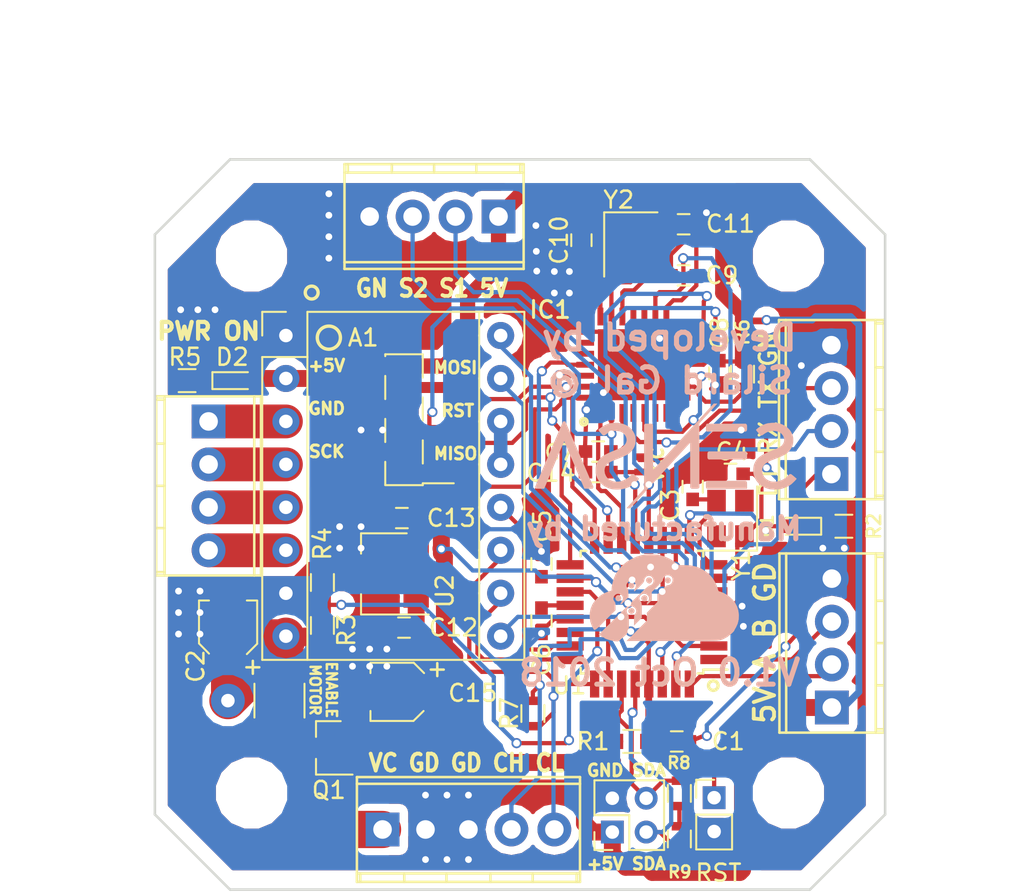
<source format=kicad_pcb>
(kicad_pcb (version 4) (host pcbnew 4.0.7-e2-6376~61~ubuntu18.04.1)
  (title_block (title "Stepper Driver") (date 2018-09-23) (rev 1.0) (company SENSA))
  (layers (0 F.Cu signal) (31 B.Cu signal) (34 B.Paste user) (35 F.Paste user) (36 B.SilkS user) (37 F.SilkS user) (38 B.Mask user) (39 F.Mask user) (44 Edge.Cuts user))
  (net 0 "")
  (net 1 GND)
  (net 2 A_ENABLE)
  (net 3 +5V)
  (net 4 A_MS1)
  (net 5 "Net-(A1-Pad3)")
  (net 6 A_MS2)
  (net 7 "Net-(A1-Pad4)")
  (net 8 A_MS3)
  (net 9 "Net-(A1-Pad5)")
  (net 10 "Net-(A1-Pad13)")
  (net 11 "Net-(A1-Pad6)")
  (net 12 A_STEP)
  (net 13 MOTOR_PWR)
  (net 14 A_DIR)
  (net 15 RESET)
  (net 16 SW1)
  (net 17 SW2)
  (net 18 MISO)
  (net 19 SCK)
  (net 20 MOSI)
  (net 21 SDA)
  (net 22 SCL)
  (net 23 RX)
  (net 24 TX)
  (net 25 ENCODER_A)
  (net 26 ENCODER_B)
  (net 27 "Net-(D1-Pad1)")
  (net 28 MOTOR_ADC)
  (net 29 DBG_LED)
  (net 30 XTAL2)
  (net 31 XTAL1)
  (net 32 "Net-(C6-Pad1)")
  (net 33 "Net-(D2-Pad1)")
  (net 34 CAN_XTAL1)
  (net 35 CAN_XTAL2)
  (net 36 CS)
  (net 37 C_TX)
  (net 38 C_RX)
  (net 39 "Net-(IC1-Pad9)")
  (net 40 CANL)
  (net 41 CANH)
  (net 42 CAN_INT)
  (net 43 INPUT_VCC)
  (net 44 VCC)
  (net 45 DTR)
  (net 46 "Net-(C14-Pad1)")
  (module Pin_Headers:Pin_Header_Straight_2x02_Pitch2.00mm (layer F.Cu) (at 146.939 121.5644 90)
    (fp_text reference J5 hide)
    (fp_text value I2C hide)
    (pad 1 thru_hole rect (at 0 0 90) (size 1.35 1.35) (drill 0.8) (layers *.Cu *.Mask) (net 3 +5V))
    (pad 2 thru_hole oval (at 2 0 90) (size 1.35 1.35) (drill 0.8) (layers *.Cu *.Mask) (net 1 GND))
    (pad 3 thru_hole oval (at 0 2 90) (size 1.35 1.35) (drill 0.8) (layers *.Cu *.Mask) (net 22 SCL))
    (pad 4 thru_hole oval (at 2 2 90) (size 1.35 1.35) (drill 0.8) (layers *.Cu *.Mask) (net 21 SDA))
  )
  (module Capacitors_SMD:C_0603 (layer F.Cu) (at 151.1554 85.6234)
    (fp_text reference C11 (at 2.7686 -0.0254 180) (layer F.SilkS))
    (fp_text value 22p hide)
    (pad 2 smd rect (at 0.75 0) (size 0.8 0.75) (layers F.Cu F.Paste F.Mask) (net 1 GND))
    (pad 1 smd rect (at -0.75 0) (size 0.8 0.75) (layers F.Cu F.Paste F.Mask) (net 35 CAN_XTAL2))
  )
  (module TerminalBlocks_Phoenix:TerminalBlock_Phoenix_MPT-2.54mm_4pol (layer F.Cu) (at 159.9184 114.1984 90)
    (fp_text reference J8 hide)
    (fp_text value ENCODER hide)
    (pad 4 thru_hole oval (at 7.62 0 270) (size 1.99898 1.99898) (drill 1.09728) (layers *.Cu *.Mask) (net 1 GND))
    (pad 1 thru_hole rect (at 0 0 270) (size 1.99898 1.99898) (drill 1.09728) (layers *.Cu *.Mask) (net 3 +5V))
    (pad 2 thru_hole oval (at 2.54 0 270) (size 1.99898 1.99898) (drill 1.09728) (layers *.Cu *.Mask) (net 25 ENCODER_A))
    (pad 3 thru_hole oval (at 5.08 0 270) (size 1.99898 1.99898) (drill 1.09728) (layers *.Cu *.Mask) (net 26 ENCODER_B))
  )
  (module Capacitors_SMD:CP_Elec_3x5.3 (layer F.Cu) (at 134.366 113.284 180)
    (fp_text reference C15 (at -4.318 -0.0635 360) (layer F.SilkS))
    (fp_text value 100u hide)
    (fp_text user + (at -2.22 1.4 180) (layer F.SilkS))
    (pad 2 smd rect (at 1.5 0 180) (size 2.2 1.6) (layers F.Cu F.Paste F.Mask) (net 1 GND))
    (pad 1 smd rect (at -1.5 0 180) (size 2.2 1.6) (layers F.Cu F.Paste F.Mask) (net 44 VCC))
  )
  (module Modules:Pololu_Breakout-16_15.2x20.3mm (layer F.Cu) (at 127.635 92.202)
    (fp_text reference A1 (at 4.572 0.127) (layer F.SilkS))
    (fp_text value "A4988 MODULE" hide)
    (pad 1 thru_hole rect (at 0 0) (size 1.6 1.6) (drill 0.8) (layers *.Cu *.Mask) (net 1 GND))
    (pad 9 thru_hole oval (at 12.7 17.78) (size 1.6 1.6) (drill 0.8) (layers *.Cu *.Mask) (net 2 A_ENABLE))
    (pad 2 thru_hole oval (at 0 2.54) (size 1.6 1.6) (drill 0.8) (layers *.Cu *.Mask) (net 3 +5V))
    (pad 10 thru_hole oval (at 12.7 15.24) (size 1.6 1.6) (drill 0.8) (layers *.Cu *.Mask) (net 4 A_MS1))
    (pad 3 thru_hole oval (at 0 5.08) (size 1.6 1.6) (drill 0.8) (layers *.Cu *.Mask) (net 5 "Net-(A1-Pad3)"))
    (pad 11 thru_hole oval (at 12.7 12.7) (size 1.6 1.6) (drill 0.8) (layers *.Cu *.Mask) (net 6 A_MS2))
    (pad 4 thru_hole oval (at 0 7.62) (size 1.6 1.6) (drill 0.8) (layers *.Cu *.Mask) (net 7 "Net-(A1-Pad4)"))
    (pad 12 thru_hole oval (at 12.7 10.16) (size 1.6 1.6) (drill 0.8) (layers *.Cu *.Mask) (net 8 A_MS3))
    (pad 5 thru_hole oval (at 0 10.16) (size 1.6 1.6) (drill 0.8) (layers *.Cu *.Mask) (net 9 "Net-(A1-Pad5)"))
    (pad 13 thru_hole oval (at 12.7 7.62) (size 1.6 1.6) (drill 0.8) (layers *.Cu *.Mask) (net 10 "Net-(A1-Pad13)"))
    (pad 6 thru_hole oval (at 0 12.7) (size 1.6 1.6) (drill 0.8) (layers *.Cu *.Mask) (net 11 "Net-(A1-Pad6)"))
    (pad 14 thru_hole oval (at 12.7 5.08) (size 1.6 1.6) (drill 0.8) (layers *.Cu *.Mask) (net 10 "Net-(A1-Pad13)"))
    (pad 7 thru_hole oval (at 0 15.24) (size 1.6 1.6) (drill 0.8) (layers *.Cu *.Mask) (net 1 GND))
    (pad 15 thru_hole oval (at 12.7 2.54) (size 1.6 1.6) (drill 0.8) (layers *.Cu *.Mask) (net 12 A_STEP))
    (pad 8 thru_hole oval (at 0 17.78) (size 1.6 1.6) (drill 0.8) (layers *.Cu *.Mask) (net 13 MOTOR_PWR))
    (pad 16 thru_hole oval (at 12.7 0) (size 1.6 1.6) (drill 0.8) (layers *.Cu *.Mask) (net 14 A_DIR))
  )
  (module QFN65P600X600X100-29N-D (layer F.Cu) (at 148.1836 93.9292 90)
    (fp_text reference IC1 hide)
    (fp_text value MCP25625-E_ML hide)
    (pad 1 smd rect (at -2.85 -1.95 180) (size 0.35 1.05) (layers F.Cu F.Paste F.Mask) (net 36 CS))
    (pad 2 smd rect (at -2.85 -1.3 180) (size 0.35 1.05) (layers F.Cu F.Paste F.Mask) (net 15 RESET))
    (pad 3 smd rect (at -2.85 -0.65 180) (size 0.35 1.05) (layers F.Cu F.Paste F.Mask) (net 46 "Net-(C14-Pad1)"))
    (pad 4 smd rect (at -2.85 0 180) (size 0.35 1.05) (layers F.Cu F.Paste F.Mask) (net 37 C_TX))
    (pad 5 smd rect (at -2.85 0.65 180) (size 0.35 1.05) (layers F.Cu F.Paste F.Mask) (net 38 C_RX))
    (pad 6 smd rect (at -2.85 1.3 180) (size 0.35 1.05) (layers F.Cu F.Paste F.Mask))
    (pad 7 smd rect (at -2.85 1.95 180) (size 0.35 1.05) (layers F.Cu F.Paste F.Mask))
    (pad 8 smd rect (at -1.95 2.85 90) (size 0.35 1.05) (layers F.Cu F.Paste F.Mask))
    (pad 9 smd rect (at -1.3 2.85 90) (size 0.35 1.05) (layers F.Cu F.Paste F.Mask) (net 39 "Net-(IC1-Pad9)"))
    (pad 10 smd rect (at -0.65 2.85 90) (size 0.35 1.05) (layers F.Cu F.Paste F.Mask) (net 38 C_RX))
    (pad 11 smd rect (at 0 2.85 90) (size 0.35 1.05) (layers F.Cu F.Paste F.Mask) (net 3 +5V))
    (pad 12 smd rect (at 0.65 2.85 90) (size 0.35 1.05) (layers F.Cu F.Paste F.Mask) (net 40 CANL))
    (pad 13 smd rect (at 1.3 2.85 90) (size 0.35 1.05) (layers F.Cu F.Paste F.Mask) (net 41 CANH))
    (pad 14 smd rect (at 1.95 2.85 90) (size 0.35 1.05) (layers F.Cu F.Paste F.Mask))
    (pad 15 smd rect (at 2.85 1.95 180) (size 0.35 1.05) (layers F.Cu F.Paste F.Mask) (net 1 GND))
    (pad 16 smd rect (at 2.85 1.3 180) (size 0.35 1.05) (layers F.Cu F.Paste F.Mask) (net 37 C_TX))
    (pad 17 smd rect (at 2.85 0.65 180) (size 0.35 1.05) (layers F.Cu F.Paste F.Mask))
    (pad 18 smd rect (at 2.85 0 180) (size 0.35 1.05) (layers F.Cu F.Paste F.Mask) (net 1 GND))
    (pad 19 smd rect (at 2.85 -0.65 180) (size 0.35 1.05) (layers F.Cu F.Paste F.Mask) (net 3 +5V))
    (pad 20 smd rect (at 2.85 -1.3 180) (size 0.35 1.05) (layers F.Cu F.Paste F.Mask) (net 35 CAN_XTAL2))
    (pad 21 smd rect (at 2.85 -1.95 180) (size 0.35 1.05) (layers F.Cu F.Paste F.Mask) (net 34 CAN_XTAL1))
    (pad 22 smd rect (at 1.95 -2.85 90) (size 0.35 1.05) (layers F.Cu F.Paste F.Mask) (net 1 GND))
    (pad 23 smd rect (at 1.3 -2.85 90) (size 0.35 1.05) (layers F.Cu F.Paste F.Mask))
    (pad 24 smd rect (at 0.65 -2.85 90) (size 0.35 1.05) (layers F.Cu F.Paste F.Mask))
    (pad 25 smd rect (at 0 -2.85 90) (size 0.35 1.05) (layers F.Cu F.Paste F.Mask) (net 42 CAN_INT))
    (pad 26 smd rect (at -0.65 -2.85 90) (size 0.35 1.05) (layers F.Cu F.Paste F.Mask) (net 19 SCK))
    (pad 27 smd rect (at -1.3 -2.85 90) (size 0.35 1.05) (layers F.Cu F.Paste F.Mask) (net 20 MOSI))
    (pad 28 smd rect (at -1.95 -2.85 90) (size 0.35 1.05) (layers F.Cu F.Paste F.Mask) (net 18 MISO))
    (pad 29 smd rect (at 0 0 90) (size 4.2 4.2) (layers F.Cu F.Paste F.Mask) (net 1 GND))
  )
  (module Capacitors_SMD:C_0603 (layer F.Cu) (at 150.749 116.205 180)
    (fp_text reference C1 (at -3.048 0 180) (layer F.SilkS))
    (fp_text value 100n hide)
    (pad 2 smd rect (at 0.75 0 180) (size 0.8 0.75) (layers F.Cu F.Paste F.Mask) (net 15 RESET))
    (pad 1 smd rect (at -0.75 0 180) (size 0.8 0.75) (layers F.Cu F.Paste F.Mask) (net 45 DTR))
  )
  (module Capacitors_SMD:CP_Elec_3x5.3 (layer F.Cu) (at 124.206 109.601 90)
    (fp_text reference C2 (at -2.159 -1.905 270) (layer F.SilkS))
    (fp_text value 100u hide)
    (fp_text user + (at -2.22 1.4 90) (layer F.SilkS))
    (pad 2 smd rect (at 1.5 0 90) (size 2.2 1.6) (layers F.Cu F.Paste F.Mask) (net 1 GND))
    (pad 1 smd rect (at -1.5 0 90) (size 2.2 1.6) (layers F.Cu F.Paste F.Mask) (net 13 MOTOR_PWR))
  )
  (module TerminalBlocks_Phoenix:TerminalBlock_Phoenix_MPT-2.54mm_4pol (layer F.Cu) (at 123.063 97.282 270)
    (fp_text reference J7 hide)
    (fp_text value Terminals_01x04 hide)
    (pad 4 thru_hole oval (at 7.62 0 90) (size 1.99898 1.99898) (drill 1.09728) (layers *.Cu *.Mask) (net 11 "Net-(A1-Pad6)"))
    (pad 1 thru_hole rect (at 0 0 90) (size 1.99898 1.99898) (drill 1.09728) (layers *.Cu *.Mask) (net 5 "Net-(A1-Pad3)"))
    (pad 2 thru_hole oval (at 2.54 0 90) (size 1.99898 1.99898) (drill 1.09728) (layers *.Cu *.Mask) (net 7 "Net-(A1-Pad4)"))
    (pad 3 thru_hole oval (at 5.08 0 90) (size 1.99898 1.99898) (drill 1.09728) (layers *.Cu *.Mask) (net 9 "Net-(A1-Pad5)"))
  )
  (module Resistors_SMD:R_0603 (layer F.Cu) (at 148.082 116.205)
    (fp_text reference R1 (at -2.286 0) (layer F.SilkS))
    (fp_text value 10K hide)
    (pad 1 smd rect (at -0.75 0) (size 0.5 0.9) (layers F.Cu F.Paste F.Mask) (net 3 +5V))
    (pad 2 smd rect (at 0.75 0) (size 0.5 0.9) (layers F.Cu F.Paste F.Mask) (net 15 RESET))
  )
  (module Resistors_SMD:R_0603 (layer F.Cu) (at 160.6296 103.4796)
    (fp_text reference R2 (at 1.778 0 90) (layer F.SilkS) (effects (font (size 0.8 0.8))))
    (fp_text value 330 hide)
    (pad 1 smd rect (at -0.75 0) (size 0.5 0.9) (layers F.Cu F.Paste F.Mask) (net 27 "Net-(D1-Pad1)"))
    (pad 2 smd rect (at 0.75 0) (size 0.5 0.9) (layers F.Cu F.Paste F.Mask) (net 1 GND))
  )
  (module Resistors_SMD:R_0603 (layer F.Cu) (at 129.794 109.347 90)
    (fp_text reference R3 (at -0.2794 1.4224 270) (layer F.SilkS))
    (fp_text value 330 hide)
    (pad 1 smd rect (at -0.75 0 90) (size 0.5 0.9) (layers F.Cu F.Paste F.Mask) (net 13 MOTOR_PWR))
    (pad 2 smd rect (at 0.75 0 90) (size 0.5 0.9) (layers F.Cu F.Paste F.Mask) (net 28 MOTOR_ADC))
  )
  (module Resistors_SMD:R_0603 (layer F.Cu) (at 129.794 106.807 90)
    (fp_text reference R4 (at 2.286 0 90) (layer F.SilkS))
    (fp_text value 10K hide)
    (pad 1 smd rect (at -0.75 0 90) (size 0.5 0.9) (layers F.Cu F.Paste F.Mask) (net 28 MOTOR_ADC))
    (pad 2 smd rect (at 0.75 0 90) (size 0.5 0.9) (layers F.Cu F.Paste F.Mask) (net 1 GND))
  )
  (module Housings_QFP:TQFP-32_7x7mm_Pitch0.8mm (layer F.Cu) (at 148.6916 108.5596 180)
    (fp_text reference U1 (at 4.2926 -4.3434 180) (layer F.SilkS))
    (fp_text value ATMEGA328P-AU hide)
    (pad 1 smd rect (at -4.25 -2.8 180) (size 1.6 0.55) (layers F.Cu F.Paste F.Mask) (net 26 ENCODER_B))
    (pad 2 smd rect (at -4.25 -2 180) (size 1.6 0.55) (layers F.Cu F.Paste F.Mask) (net 2 A_ENABLE))
    (pad 3 smd rect (at -4.25 -1.2 180) (size 1.6 0.55) (layers F.Cu F.Paste F.Mask) (net 1 GND))
    (pad 4 smd rect (at -4.25 -0.4 180) (size 1.6 0.55) (layers F.Cu F.Paste F.Mask) (net 3 +5V))
    (pad 5 smd rect (at -4.25 0.4 180) (size 1.6 0.55) (layers F.Cu F.Paste F.Mask) (net 1 GND))
    (pad 6 smd rect (at -4.25 1.2 180) (size 1.6 0.55) (layers F.Cu F.Paste F.Mask) (net 3 +5V))
    (pad 7 smd rect (at -4.25 2 180) (size 1.6 0.55) (layers F.Cu F.Paste F.Mask) (net 31 XTAL1))
    (pad 8 smd rect (at -4.25 2.8 180) (size 1.6 0.55) (layers F.Cu F.Paste F.Mask) (net 30 XTAL2))
    (pad 9 smd rect (at -2.8 4.25 270) (size 1.6 0.55) (layers F.Cu F.Paste F.Mask) (net 29 DBG_LED))
    (pad 10 smd rect (at -2 4.25 270) (size 1.6 0.55) (layers F.Cu F.Paste F.Mask) (net 14 A_DIR))
    (pad 11 smd rect (at -1.2 4.25 270) (size 1.6 0.55) (layers F.Cu F.Paste F.Mask) (net 12 A_STEP))
    (pad 12 smd rect (at -0.4 4.25 270) (size 1.6 0.55) (layers F.Cu F.Paste F.Mask) (net 16 SW1))
    (pad 13 smd rect (at 0.4 4.25 270) (size 1.6 0.55) (layers F.Cu F.Paste F.Mask) (net 17 SW2))
    (pad 14 smd rect (at 1.2 4.25 270) (size 1.6 0.55) (layers F.Cu F.Paste F.Mask) (net 36 CS))
    (pad 15 smd rect (at 2 4.25 270) (size 1.6 0.55) (layers F.Cu F.Paste F.Mask) (net 20 MOSI))
    (pad 16 smd rect (at 2.8 4.25 270) (size 1.6 0.55) (layers F.Cu F.Paste F.Mask) (net 18 MISO))
    (pad 17 smd rect (at 4.25 2.8 180) (size 1.6 0.55) (layers F.Cu F.Paste F.Mask) (net 19 SCK))
    (pad 18 smd rect (at 4.25 2 180) (size 1.6 0.55) (layers F.Cu F.Paste F.Mask) (net 3 +5V))
    (pad 19 smd rect (at 4.25 1.2 180) (size 1.6 0.55) (layers F.Cu F.Paste F.Mask) (net 28 MOTOR_ADC))
    (pad 20 smd rect (at 4.25 0.4 180) (size 1.6 0.55) (layers F.Cu F.Paste F.Mask) (net 32 "Net-(C6-Pad1)"))
    (pad 21 smd rect (at 4.25 -0.4 180) (size 1.6 0.55) (layers F.Cu F.Paste F.Mask) (net 1 GND))
    (pad 22 smd rect (at 4.25 -1.2 180) (size 1.6 0.55) (layers F.Cu F.Paste F.Mask))
    (pad 23 smd rect (at 4.25 -2 180) (size 1.6 0.55) (layers F.Cu F.Paste F.Mask) (net 8 A_MS3))
    (pad 24 smd rect (at 4.25 -2.8 180) (size 1.6 0.55) (layers F.Cu F.Paste F.Mask) (net 4 A_MS1))
    (pad 25 smd rect (at 2.8 -4.25 270) (size 1.6 0.55) (layers F.Cu F.Paste F.Mask) (net 6 A_MS2))
    (pad 26 smd rect (at 2 -4.25 270) (size 1.6 0.55) (layers F.Cu F.Paste F.Mask) (net 42 CAN_INT))
    (pad 27 smd rect (at 1.2 -4.25 270) (size 1.6 0.55) (layers F.Cu F.Paste F.Mask) (net 21 SDA))
    (pad 28 smd rect (at 0.4 -4.25 270) (size 1.6 0.55) (layers F.Cu F.Paste F.Mask) (net 22 SCL))
    (pad 29 smd rect (at -0.4 -4.25 270) (size 1.6 0.55) (layers F.Cu F.Paste F.Mask) (net 15 RESET))
    (pad 30 smd rect (at -1.2 -4.25 270) (size 1.6 0.55) (layers F.Cu F.Paste F.Mask) (net 23 RX))
    (pad 31 smd rect (at -2 -4.25 270) (size 1.6 0.55) (layers F.Cu F.Paste F.Mask) (net 24 TX))
    (pad 32 smd rect (at -2.8 -4.25 270) (size 1.6 0.55) (layers F.Cu F.Paste F.Mask) (net 25 ENCODER_A))
  )
  (module LEDs:LED_0603 (layer F.Cu) (at 157.988 103.4796 180)
    (fp_text reference D1 (at 1.8796 0 270) (layer F.SilkS) (effects (font (size 0.7 0.7))))
    (fp_text value LED hide)
    (pad 2 smd rect (at 0.8 0) (size 0.8 0.8) (layers F.Cu F.Paste F.Mask) (net 29 DBG_LED))
    (pad 1 smd rect (at -0.8 0) (size 0.8 0.8) (layers F.Cu F.Paste F.Mask) (net 27 "Net-(D1-Pad1)"))
  )
  (module Capacitors_SMD:C_0603 (layer F.Cu) (at 151.6888 101.1428 90)
    (fp_text reference C3 (at -1.0922 -1.3208 90) (layer F.SilkS))
    (fp_text value 22p hide)
    (pad 2 smd rect (at 0.75 0 90) (size 0.8 0.75) (layers F.Cu F.Paste F.Mask) (net 1 GND))
    (pad 1 smd rect (at -0.75 0 90) (size 0.8 0.75) (layers F.Cu F.Paste F.Mask) (net 30 XTAL2))
  )
  (module Capacitors_SMD:C_0603 (layer F.Cu) (at 153.924 100.3808 180)
    (fp_text reference C4 (at -0.1016 1.3208 180) (layer F.SilkS))
    (fp_text value 22p hide)
    (pad 2 smd rect (at 0.75 0 180) (size 0.8 0.75) (layers F.Cu F.Paste F.Mask) (net 1 GND))
    (pad 1 smd rect (at -0.75 0 180) (size 0.8 0.75) (layers F.Cu F.Paste F.Mask) (net 31 XTAL1))
  )
  (module Capacitors_SMD:C_0603 (layer F.Cu) (at 142.748 105.7148 90)
    (fp_text reference C5 (at 2.2352 0.0508 270) (layer F.SilkS))
    (fp_text value 100n hide)
    (pad 2 smd rect (at 0.75 0 90) (size 0.8 0.75) (layers F.Cu F.Paste F.Mask) (net 1 GND))
    (pad 1 smd rect (at -0.75 0 90) (size 0.8 0.75) (layers F.Cu F.Paste F.Mask) (net 3 +5V))
  )
  (module Capacitors_SMD:C_0603 (layer F.Cu) (at 142.748 109.0676 270)
    (fp_text reference C6 (at 2.3114 0 270) (layer F.SilkS))
    (fp_text value 100n hide)
    (pad 2 smd rect (at 0.75 0 270) (size 0.8 0.75) (layers F.Cu F.Paste F.Mask) (net 1 GND))
    (pad 1 smd rect (at -0.75 0 270) (size 0.8 0.75) (layers F.Cu F.Paste F.Mask) (net 32 "Net-(C6-Pad1)"))
  )
  (module LEDs:LED_0603 (layer F.Cu) (at 124.587 94.869)
    (fp_text reference D2 (at -0.127 -1.397 180) (layer F.SilkS))
    (fp_text value LED hide)
    (pad 2 smd rect (at 0.8 0 180) (size 0.8 0.8) (layers F.Cu F.Paste F.Mask) (net 3 +5V))
    (pad 1 smd rect (at -0.8 0 180) (size 0.8 0.8) (layers F.Cu F.Paste F.Mask) (net 33 "Net-(D2-Pad1)"))
  )
  (module Resistors_SMD:R_0603 (layer F.Cu) (at 121.793 94.869 180)
    (fp_text reference R5 (at 0.127 1.397 360) (layer F.SilkS))
    (fp_text value 330 hide)
    (pad 1 smd rect (at -0.75 0 180) (size 0.5 0.9) (layers F.Cu F.Paste F.Mask) (net 33 "Net-(D2-Pad1)"))
    (pad 2 smd rect (at 0.75 0 180) (size 0.5 0.9) (layers F.Cu F.Paste F.Mask) (net 1 GND))
  )
  (module Oscillators:Oscillator_SMD_Abracon_ASE-4pin_3.2x2.5mm (layer F.Cu) (at 153.924 103.0224 90)
    (fp_text reference Y1 (at -2.7686 0.635 90) (layer F.SilkS))
    (fp_text value OSCILLATOR-16MHZ hide)
    (pad 1 smd rect (at -1.05 0.825 90) (size 1.3 1.1) (layers F.Cu F.Paste F.Mask) (net 31 XTAL1))
    (pad 2 smd rect (at 1.05 0.825 90) (size 1.3 1.1) (layers F.Cu F.Paste F.Mask))
    (pad 3 smd rect (at 1.05 -0.825 90) (size 1.3 1.1) (layers F.Cu F.Paste F.Mask) (net 30 XTAL2))
    (pad 4 smd rect (at -1.05 -0.825 90) (size 1.3 1.1) (layers F.Cu F.Paste F.Mask))
  )
  (module Capacitors_SMD:C_0603 (layer F.Cu) (at 146.1008 99.06 180)
    (fp_text reference C7 (at 2.286 -0.0508 180) (layer F.SilkS) (effects (font (size 0.9 0.9))))
    (fp_text value 100n hide)
    (pad 2 smd rect (at 0.75 0 180) (size 0.8 0.75) (layers F.Cu F.Paste F.Mask) (net 1 GND))
    (pad 1 smd rect (at -0.75 0 180) (size 0.8 0.75) (layers F.Cu F.Paste F.Mask) (net 46 "Net-(C14-Pad1)"))
  )
  (module Capacitors_SMD:C_0603 (layer F.Cu) (at 153.2636 94.4372 270)
    (fp_text reference C8 (at -2.3622 -0.0254 270) (layer F.SilkS))
    (fp_text value 100n hide)
    (pad 2 smd rect (at 0.75 0 270) (size 0.8 0.75) (layers F.Cu F.Paste F.Mask) (net 1 GND))
    (pad 1 smd rect (at -0.75 0 270) (size 0.8 0.75) (layers F.Cu F.Paste F.Mask) (net 3 +5V))
  )
  (module Capacitors_SMD:C_0603 (layer F.Cu) (at 151.1554 88.646)
    (fp_text reference C9 (at 2.2606 0) (layer F.SilkS))
    (fp_text value 100n hide)
    (pad 2 smd rect (at 0.75 0) (size 0.8 0.75) (layers F.Cu F.Paste F.Mask) (net 1 GND))
    (pad 1 smd rect (at -0.75 0) (size 0.8 0.75) (layers F.Cu F.Paste F.Mask) (net 3 +5V))
  )
  (module Capacitors_SMD:C_0603 (layer F.Cu) (at 145.1102 86.5632 270)
    (fp_text reference C10 (at 0 1.3208 450) (layer F.SilkS))
    (fp_text value 22p hide)
    (pad 2 smd rect (at 0.75 0 270) (size 0.8 0.75) (layers F.Cu F.Paste F.Mask) (net 1 GND))
    (pad 1 smd rect (at -0.75 0 270) (size 0.8 0.75) (layers F.Cu F.Paste F.Mask) (net 34 CAN_XTAL1))
  )
  (module Resistors_SMD:R_0603 (layer F.Cu) (at 154.6352 94.488 90)
    (fp_text reference R6 (at 2.4765 -0.0127 270) (layer F.SilkS) (effects (font (size 0.8 0.8))))
    (fp_text value 10K hide)
    (pad 1 smd rect (at -0.75 0 90) (size 0.5 0.9) (layers F.Cu F.Paste F.Mask) (net 39 "Net-(IC1-Pad9)"))
    (pad 2 smd rect (at 0.75 0 90) (size 0.5 0.9) (layers F.Cu F.Paste F.Mask) (net 3 +5V))
  )
  (module Resistors_SMD:R_0603 (layer F.Cu) (at 142.24 114.554 90)
    (fp_text reference R7 (at 0 -1.397 90) (layer F.SilkS))
    (fp_text value 120 hide)
    (pad 1 smd rect (at -0.75 0 90) (size 0.5 0.9) (layers F.Cu F.Paste F.Mask) (net 40 CANL))
    (pad 2 smd rect (at 0.75 0 90) (size 0.5 0.9) (layers F.Cu F.Paste F.Mask) (net 41 CANH))
  )
  (module Oscillators:Oscillator_SMD_Abracon_ASE-4pin_3.2x2.5mm (layer F.Cu) (at 148.0312 86.8172 270)
    (fp_text reference Y2 (at -2.6416 0.7112 540) (layer F.SilkS))
    (fp_text value OSCILLATOR-16MHZ hide)
    (pad 1 smd rect (at -1.05 0.825 270) (size 1.3 1.1) (layers F.Cu F.Paste F.Mask) (net 34 CAN_XTAL1))
    (pad 2 smd rect (at 1.05 0.825 270) (size 1.3 1.1) (layers F.Cu F.Paste F.Mask))
    (pad 3 smd rect (at 1.05 -0.825 270) (size 1.3 1.1) (layers F.Cu F.Paste F.Mask) (net 35 CAN_XTAL2))
    (pad 4 smd rect (at -1.05 -0.825 270) (size 1.3 1.1) (layers F.Cu F.Paste F.Mask))
  )
  (module Mounting_Holes:MountingHole_3.2mm_M3 (layer F.Cu) (at 125.603 87.503)
    (fp_text reference MK1 hide)
    (fp_text value Mounting_Hole hide)
    (pad 1 np_thru_hole circle (at 0 0) (size 3.2 3.2) (drill 3.2) (layers *.Cu *.Mask))
  )
  (module Mounting_Holes:MountingHole_3.2mm_M3 (layer F.Cu) (at 157.353 119.253)
    (fp_text reference MK2 hide)
    (fp_text value Mounting_Hole hide)
    (pad 1 np_thru_hole circle (at 0 0) (size 3.2 3.2) (drill 3.2) (layers *.Cu *.Mask))
  )
  (module Mounting_Holes:MountingHole_3.2mm_M3 (layer F.Cu) (at 157.353 87.503)
    (fp_text reference MK3 hide)
    (fp_text value Mounting_Hole hide)
    (pad 1 np_thru_hole circle (at 0 0) (size 3.2 3.2) (drill 3.2) (layers *.Cu *.Mask))
  )
  (module Mounting_Holes:MountingHole_3.2mm_M3 (layer F.Cu) (at 125.603 119.253)
    (fp_text reference MK4 hide)
    (fp_text value Mounting_Hole hide)
    (pad 1 np_thru_hole circle (at 0 0) (size 3.2 3.2) (drill 3.2) (layers *.Cu *.Mask))
  )
  (module Capacitors_SMD:C_0603 (layer F.Cu) (at 134.62 109.474 180)
    (fp_text reference C12 (at -2.921 0 360) (layer F.SilkS))
    (fp_text value 0.33u hide)
    (pad 2 smd rect (at 0.75 0 180) (size 0.8 0.75) (layers F.Cu F.Paste F.Mask) (net 1 GND))
    (pad 1 smd rect (at -0.75 0 180) (size 0.8 0.75) (layers F.Cu F.Paste F.Mask) (net 44 VCC))
  )
  (module Capacitors_SMD:C_0603 (layer F.Cu) (at 134.493 102.997 180)
    (fp_text reference C13 (at -2.921 0 360) (layer F.SilkS))
    (fp_text value 0.1u hide)
    (pad 2 smd rect (at 0.75 0 180) (size 0.8 0.75) (layers F.Cu F.Paste F.Mask) (net 1 GND))
    (pad 1 smd rect (at -0.75 0 180) (size 0.8 0.75) (layers F.Cu F.Paste F.Mask) (net 3 +5V))
  )
  (module TO_SOT_Packages_SMD:SOT-89-3 (layer F.Cu) (at 133.858 106.299 180)
    (fp_text reference U2 (at -3.175 -1.016 270) (layer F.SilkS))
    (fp_text value uA7805 hide)
    (pad 2 smd trapezoid (at 2.667 0 90) (size 1.6 0.85) (rect_delta 0 0.6) (layers F.Cu F.Paste F.Mask) (net 1 GND))
    (pad 1 smd rect (at -1.48 -1.5 90) (size 1 1.5) (layers F.Cu F.Paste F.Mask) (net 44 VCC))
    (pad 2 smd rect (at -1.3335 0 90) (size 1 1.8) (layers F.Cu F.Paste F.Mask) (net 1 GND))
    (pad 3 smd rect (at -1.48 1.5 90) (size 1 1.5) (layers F.Cu F.Paste F.Mask) (net 3 +5V))
    (pad 2 smd rect (at 1.3335 0 90) (size 2.2 1.84) (layers F.Cu F.Paste F.Mask) (net 1 GND))
    (pad 2 smd trapezoid (at -0.0762 0 270) (size 1.5 1) (rect_delta 0 0.7) (layers F.Cu F.Paste F.Mask) (net 1 GND))
  )
  (module Resistors_SMD:R_0603 (layer F.Cu) (at 150.9014 119.2784 90)
    (fp_text reference R8 (at 1.8034 -0.0254 180) (layer F.SilkS) (effects (font (size 0.7 0.7))))
    (fp_text value 10K hide)
    (pad 1 smd rect (at -0.75 0 90) (size 0.5 0.9) (layers F.Cu F.Paste F.Mask) (net 3 +5V))
    (pad 2 smd rect (at 0.75 0 90) (size 0.5 0.9) (layers F.Cu F.Paste F.Mask) (net 21 SDA))
  )
  (module Resistors_SMD:R_0603 (layer F.Cu) (at 150.9014 121.9708 270)
    (fp_text reference R9 (at 1.9558 -0.0254 360) (layer F.SilkS) (effects (font (size 0.7 0.7))))
    (fp_text value 10K hide)
    (pad 1 smd rect (at -0.75 0 270) (size 0.5 0.9) (layers F.Cu F.Paste F.Mask) (net 3 +5V))
    (pad 2 smd rect (at 0.75 0 270) (size 0.5 0.9) (layers F.Cu F.Paste F.Mask) (net 22 SCL))
  )
  (module TerminalBlocks_Phoenix:TerminalBlock_Phoenix_MPT-2.54mm_4pol (layer F.Cu) (at 140.208 85.1662 180)
    (fp_text reference J1 hide)
    (fp_text value SW hide)
    (pad 4 thru_hole oval (at 7.62 0) (size 1.99898 1.99898) (drill 1.09728) (layers *.Cu *.Mask) (net 1 GND))
    (pad 1 thru_hole rect (at 0 0) (size 1.99898 1.99898) (drill 1.09728) (layers *.Cu *.Mask) (net 3 +5V))
    (pad 2 thru_hole oval (at 2.54 0) (size 1.99898 1.99898) (drill 1.09728) (layers *.Cu *.Mask) (net 16 SW1))
    (pad 3 thru_hole oval (at 5.08 0) (size 1.99898 1.99898) (drill 1.09728) (layers *.Cu *.Mask) (net 17 SW2))
  )
  (module Capacitors_SMD:C_0603 (layer F.Cu) (at 146.1008 100.2792 180)
    (fp_text reference C14 (at 2.794 -0.0508 180) (layer F.SilkS))
    (fp_text value 10n hide)
    (pad 2 smd rect (at 0.75 0 180) (size 0.8 0.75) (layers F.Cu F.Paste F.Mask) (net 1 GND))
    (pad 1 smd rect (at -0.75 0 180) (size 0.8 0.75) (layers F.Cu F.Paste F.Mask) (net 46 "Net-(C14-Pad1)"))
  )
  (module TerminalBlocks_Phoenix:TerminalBlock_Phoenix_MPT-2.54mm_5pol (layer F.Cu) (at 133.35 121.412)
    (fp_text reference J2 hide)
    (fp_text value Conn_01x05 hide)
    (pad 4 thru_hole oval (at 7.62 0 180) (size 1.99898 1.99898) (drill 1.09728) (layers *.Cu *.Mask) (net 41 CANH))
    (pad 1 thru_hole rect (at 0 0 180) (size 1.99898 1.99898) (drill 1.09728) (layers *.Cu *.Mask) (net 43 INPUT_VCC))
    (pad 2 thru_hole oval (at 2.54 0 180) (size 1.99898 1.99898) (drill 1.09728) (layers *.Cu *.Mask) (net 1 GND))
    (pad 3 thru_hole oval (at 5.08 0 180) (size 1.99898 1.99898) (drill 1.09728) (layers *.Cu *.Mask) (net 1 GND))
    (pad 5 thru_hole oval (at 10.16 0 180) (size 1.99898 1.99898) (drill 1.09728) (layers *.Cu *.Mask) (net 40 CANL))
  )
  (module Wire_Pads:SolderWirePad_single_0-8mmDrill (layer F.Cu) (at 124.206 113.792)
    (fp_text reference TP2 hide)
    (fp_text value TEST hide)
    (pad 1 thru_hole circle (at 0 0) (size 1.99898 1.99898) (drill 0.8001) (layers *.Cu *.Mask) (net 13 MOTOR_PWR))
  )
  (module TO_SOT_Packages_SMD:SOT-23 (layer F.Cu) (at 130.175 116.586 180)
    (fp_text reference Q1 (at 0 -2.5 180) (layer F.SilkS))
    (fp_text value SI3415A hide)
    (pad 1 smd rect (at -1 -0.95 180) (size 0.9 0.8) (layers F.Cu F.Paste F.Mask) (net 1 GND))
    (pad 2 smd rect (at -1 0.95 180) (size 0.9 0.8) (layers F.Cu F.Paste F.Mask) (net 44 VCC))
    (pad 3 smd rect (at 1 0 180) (size 0.9 0.8) (layers F.Cu F.Paste F.Mask) (net 43 INPUT_VCC))
  )
  (module TerminalBlocks_Phoenix:TerminalBlock_Phoenix_MPT-2.54mm_4pol (layer F.Cu) (at 159.893 100.3935 90)
    (fp_text reference J3 hide)
    (fp_text value SERIAL hide)
    (pad 4 thru_hole oval (at 7.62 0 270) (size 1.99898 1.99898) (drill 1.09728) (layers *.Cu *.Mask) (net 1 GND))
    (pad 1 thru_hole rect (at 0 0 270) (size 1.99898 1.99898) (drill 1.09728) (layers *.Cu *.Mask) (net 45 DTR))
    (pad 2 thru_hole oval (at 2.54 0 270) (size 1.99898 1.99898) (drill 1.09728) (layers *.Cu *.Mask) (net 23 RX))
    (pad 3 thru_hole oval (at 5.08 0 270) (size 1.99898 1.99898) (drill 1.09728) (layers *.Cu *.Mask) (net 24 TX))
  )
  (module Pin_Headers:Pin_Header_Straight_1x06_Pitch1.27mm_SMD_Pin1Left (layer F.Cu) (at 134.62 97.1804 180)
    (fp_text reference J4 hide)
    (fp_text value ICSP hide)
    (pad 1 smd rect (at -1.5 -3.175 180) (size 3 0.65) (layers F.Cu F.Paste F.Mask) (net 18 MISO))
    (pad 3 smd rect (at -1.5 -0.635 180) (size 3 0.65) (layers F.Cu F.Paste F.Mask) (net 15 RESET))
    (pad 5 smd rect (at -1.5 1.905 180) (size 3 0.65) (layers F.Cu F.Paste F.Mask) (net 20 MOSI))
    (pad 2 smd rect (at 1.5 -1.905 180) (size 3 0.65) (layers F.Cu F.Paste F.Mask) (net 19 SCK))
    (pad 4 smd rect (at 1.5 0.635 180) (size 3 0.65) (layers F.Cu F.Paste F.Mask) (net 1 GND))
    (pad 6 smd rect (at 1.5 3.175 180) (size 3 0.65) (layers F.Cu F.Paste F.Mask) (net 3 +5V))
  )
  (module Resistors_SMD:R_0402_NoSilk (layer F.Cu) (at 148.5392 99.822 270)
    (fp_text reference R11 hide)
    (fp_text value R hide)
    (pad 1 smd rect (at -0.45 0 270) (size 0.4 0.6) (layers F.Cu F.Paste F.Mask) (net 3 +5V))
    (pad 2 smd rect (at 0.45 0 270) (size 0.4 0.6) (layers F.Cu F.Paste F.Mask) (net 46 "Net-(C14-Pad1)"))
  )
  (module Resistors_SMD:R_1210 (layer F.Cu) (at 127.254 113.792 90)
    (fp_text reference R10 hide)
    (fp_text value 0 hide)
    (pad 1 smd rect (at -1.45 0 90) (size 0.9 2.5) (layers F.Cu F.Paste F.Mask) (net 44 VCC))
    (pad 2 smd rect (at 1.45 0 90) (size 0.9 2.5) (layers F.Cu F.Paste F.Mask) (net 13 MOTOR_PWR))
  )
  (module Pin_Headers:Pin_Header_Straight_1x02_Pitch2.00mm (layer F.Cu) (at 152.9588 119.5324)
    (fp_text reference RST (at 0.254 4.445 180) (layer F.SilkS))
    (fp_text value SW_DIP_x01 hide)
    (pad 1 thru_hole rect (at 0 0) (size 1.35 1.35) (drill 0.8) (layers *.Cu *.Mask) (net 15 RESET))
    (pad 2 thru_hole oval (at 0 2) (size 1.35 1.35) (drill 0.8) (layers *.Cu *.Mask) (net 1 GND))
  )
  (module logos:SENSA_15x6 (layer B.Cu) (at 150.368 99.314 180)
    (fp_text reference G*** hide)
    (fp_text value LOGO hide)
  )
  (module logos:AISLER_9x5 (layer B.Cu) (at 149.86 107.696 180)
    (fp_text reference G*** hide)
    (fp_text value LOGO hide)
  )
  (gr_text "V1.0 Oct 2018" (at 149.733 112.141) (layer B.SilkS) (effects (font (size 1.5 1.5) (thickness 0.3)) (justify mirror)))
  (gr_text "Manufactured by" (at 149.987 103.632) (layer B.SilkS) (effects (font (size 1.3 1.3) (thickness 0.3)) (justify mirror)))
  (gr_text "Silard Gal @" (at 150.368 94.869) (layer B.SilkS) (effects (font (size 1.5 1.5) (thickness 0.3)) (justify mirror)))
  (gr_text "Developed by " (at 149.733 92.329) (layer B.SilkS) (effects (font (size 1.5 1.5) (thickness 0.3)) (justify mirror)))
  (gr_text IC1 (at 143.256 90.678) (layer F.SilkS) (effects (font (size 1 1) (thickness 0.175))))
  (gr_text "GND SDA" (at 147.7645 117.9195) (layer F.SilkS) (effects (font (size 0.7 0.7) (thickness 0.175))))
  (gr_text "+5V SDA" (at 147.7645 123.444) (layer F.SilkS) (effects (font (size 0.7 0.7) (thickness 0.175))))
  (gr_text "ENABLE\nMOTOR" (at 129.8448 113.157 270) (layer F.SilkS) (effects (font (size 0.6 0.6))))
  (gr_text VCC (at 149.606 99.822 90) (layer F.SilkS) (effects (font (size 0.7 0.7) (thickness 0.175))))
  (gr_circle (center 152.908 112.903) (end 153.162 112.776) (layer F.SilkS) (width 0.2))
  (gr_text +5V (at 130.048 93.98) (layer F.SilkS) (effects (font (size 0.7 0.7) (thickness 0.175))))
  (gr_text MOSI (at 137.668 94.107) (layer F.SilkS) (effects (font (size 0.7 0.7) (thickness 0.175))))
  (gr_text RST (at 137.795 96.647) (layer F.SilkS) (effects (font (size 0.7 0.7) (thickness 0.175))))
  (gr_text MISO (at 137.668 99.187) (layer F.SilkS) (effects (font (size 0.7 0.7) (thickness 0.175))))
  (gr_text SCK (at 130.048 99.06) (layer F.SilkS) (effects (font (size 0.7 0.7) (thickness 0.175))))
  (gr_text GND (at 130.048 96.52) (layer F.SilkS) (effects (font (size 0.7 0.7) (thickness 0.175))))
  (gr_text "GN S2 S1 5V" (at 136.271 89.408) (layer F.SilkS) (effects (font (size 1 0.9) (thickness 0.225))))
  (gr_text "DT RX TX GN\n" (at 156.1592 96.8756 90) (layer F.SilkS) (effects (font (size 1 1) (thickness 0.175))))
  (gr_text "5V A B GD" (at 155.956 110.363 90) (layer F.SilkS) (effects (font (size 1.2 1.2) (thickness 0.225))))
  (gr_text "VC GD GD CH CL" (at 138.303 117.475) (layer F.SilkS) (effects (font (size 1 0.9) (thickness 0.225))))
  (gr_circle (center 130.175 92.329) (end 130.429 91.694) (layer F.SilkS) (width 0.2))
  (gr_circle (center 129.159 89.662) (end 129.159 89.281) (layer F.SilkS) (width 0.2))
  (gr_text "PWR ON" (at 123.063 91.948) (layer F.SilkS) (effects (font (size 1 1) (thickness 0.25))))
  (gr_line (start 158.623 124.968) (end 124.333 124.968) (angle 90) (layer Edge.Cuts) (width 0.15))
  (gr_line (start 163.068 86.233) (end 163.068 120.523) (angle 90) (layer Edge.Cuts) (width 0.15))
  (gr_line (start 124.333 81.788) (end 158.623 81.788) (angle 90) (layer Edge.Cuts) (width 0.15))
  (gr_line (start 119.888 120.523) (end 119.888 86.233) (angle 90) (layer Edge.Cuts) (width 0.15))
  (gr_line (start 124.333 124.968) (end 119.888 120.523) (angle 90) (layer Edge.Cuts) (width 0.15))
  (gr_line (start 158.623 124.968) (end 163.068 120.523) (angle 90) (layer Edge.Cuts) (width 0.15))
  (gr_line (start 158.623 81.788) (end 163.068 86.233) (angle 90) (layer Edge.Cuts) (width 0.15))
  (gr_line (start 119.888 86.233) (end 124.333 81.788) (angle 90) (layer Edge.Cuts) (width 0.15))
  (segment (start 132.866 113.284) (end 132.866 113.054) (width 0.25) (layer F.Cu) (net 1))
  (segment (start 132.866 113.054) (end 131.572 111.76) (width 0.25) (layer F.Cu) (net 1))
  (via (at 131.572 111.76) (size 0.6) (drill 0.4) (layers F.Cu B.Cu) (net 1))
  (segment (start 131.572 111.76) (end 131.572 110.744) (width 0.25) (layer B.Cu) (net 1))
  (via (at 131.572 110.744) (size 0.6) (drill 0.4) (layers F.Cu B.Cu) (net 1))
  (segment (start 131.572 110.744) (end 132.588 110.744) (width 0.25) (layer F.Cu) (net 1))
  (via (at 132.588 110.744) (size 0.6) (drill 0.4) (layers F.Cu B.Cu) (net 1))
  (segment (start 132.588 110.744) (end 132.588 111.76) (width 0.25) (layer B.Cu) (net 1))
  (via (at 132.588 111.76) (size 0.6) (drill 0.4) (layers F.Cu B.Cu) (net 1))
  (segment (start 132.588 111.76) (end 133.604 111.76) (width 0.25) (layer F.Cu) (net 1))
  (via (at 133.604 111.76) (size 0.6) (drill 0.4) (layers F.Cu B.Cu) (net 1))
  (segment (start 133.604 111.76) (end 133.604 110.744) (width 0.25) (layer B.Cu) (net 1))
  (via (at 133.604 110.744) (size 0.6) (drill 0.4) (layers F.Cu B.Cu) (net 1))
  (via (at 154.612618 108.205391) (size 0.6) (drill 0.4) (layers F.Cu B.Cu) (net 1))
  (segment (start 154.6352 108.204) (end 154.614009 108.204) (width 0.25) (layer B.Cu) (net 1))
  (segment (start 154.614009 108.204) (end 154.612618 108.205391) (width 0.25) (layer B.Cu) (net 1))
  (via (at 154.686 109.3978) (size 0.6) (drill 0.4) (layers F.Cu B.Cu) (net 1))
  (segment (start 154.686 109.3978) (end 154.686 109.2708) (width 0.25) (layer B.Cu) (net 1))
  (segment (start 151.9054 85.6234) (end 151.9054 85.5338) (width 0.3) (layer F.Cu) (net 1))
  (segment (start 151.9054 85.5338) (end 152.5016 84.9376) (width 0.3) (layer F.Cu) (net 1))
  (via (at 152.5016 84.9376) (size 0.6) (drill 0.4) (layers F.Cu B.Cu) (net 1))
  (via (at 142.748 109.8176) (size 0.6) (drill 0.4) (layers F.Cu B.Cu) (net 1))
  (segment (start 138.557 109.22) (end 138.557 109.982) (width 0.25) (layer B.Cu) (net 1))
  (segment (start 140.081 111.506) (end 138.557 109.982) (width 0.25) (layer B.Cu) (net 1))
  (segment (start 141.0596 111.506) (end 140.081 111.506) (width 0.25) (layer B.Cu) (net 1))
  (segment (start 141.0596 111.506) (end 142.748 109.8176) (width 0.25) (layer B.Cu) (net 1))
  (segment (start 130.175 85.09) (end 130.175 83.82) (width 0.4) (layer F.Cu) (net 1))
  (via (at 130.175 83.82) (size 0.6) (drill 0.4) (layers F.Cu B.Cu) (net 1))
  (segment (start 127.635 92.202) (end 127.635 91.948) (width 0.4) (layer F.Cu) (net 1))
  (segment (start 127.635 91.948) (end 126.365 90.678) (width 0.4) (layer F.Cu) (net 1))
  (segment (start 126.365 90.678) (end 123.444 90.678) (width 0.4) (layer F.Cu) (net 1))
  (via (at 123.444 90.678) (size 0.6) (drill 0.4) (layers F.Cu B.Cu) (net 1))
  (segment (start 123.444 90.678) (end 122.428 90.678) (width 0.4) (layer B.Cu) (net 1))
  (via (at 122.428 90.678) (size 0.6) (drill 0.4) (layers F.Cu B.Cu) (net 1))
  (segment (start 122.428 90.678) (end 121.412 90.678) (width 0.4) (layer F.Cu) (net 1))
  (via (at 121.412 90.678) (size 0.6) (drill 0.4) (layers F.Cu B.Cu) (net 1))
  (segment (start 145.3336 91.9792) (end 145.3336 90.7236) (width 0.4) (layer F.Cu) (net 1))
  (via (at 144.399 88.4174) (size 0.6) (drill 0.4) (layers F.Cu B.Cu) (net 1))
  (segment (start 144.399 89.6874) (end 144.399 88.4174) (width 0.4) (layer B.Cu) (net 1))
  (via (at 144.399 89.6874) (size 0.6) (drill 0.4) (layers F.Cu B.Cu) (net 1))
  (segment (start 145.3336 90.7236) (end 144.399 89.6874) (width 0.4) (layer F.Cu) (net 1))
  (segment (start 149.733 93.599) (end 149.4028 93.9292) (width 0.4) (layer F.Cu) (net 1))
  (segment (start 149.4028 93.9292) (end 148.1836 93.9292) (width 0.4) (layer F.Cu) (net 1))
  (segment (start 148.59 92.456) (end 148.1836 92.8624) (width 0.4) (layer F.Cu) (net 1))
  (segment (start 148.1836 92.8624) (end 148.1836 93.9292) (width 0.4) (layer F.Cu) (net 1))
  (segment (start 153.035 95.123) (end 153.035 93.853) (width 0.4) (layer B.Cu) (net 1))
  (segment (start 152.9588 95.0468) (end 153.035 95.123) (width 0.25) (layer B.Cu) (net 1))
  (segment (start 152.9588 95.0468) (end 153.1874 93.1672) (width 0.25) (layer B.Cu) (net 1))
  (segment (start 153.1874 93.1672) (end 152.4 92.3798) (width 0.25) (layer B.Cu) (net 1))
  (segment (start 152.4 92.3798) (end 149.733 92.3798) (width 0.25) (layer B.Cu) (net 1))
  (via (at 149.733 92.3798) (size 0.6) (drill 0.4) (layers F.Cu B.Cu) (net 1))
  (segment (start 148.1836 93.9292) (end 149.733 92.3798) (width 0.25) (layer F.Cu) (net 1))
  (via (at 153.035 95.123) (size 0.6) (drill 0.4) (layers F.Cu B.Cu) (net 1))
  (segment (start 153.035 93.853) (end 152.908 93.726) (width 0.4) (layer B.Cu) (net 1))
  (segment (start 142.748 109.8176) (end 142.748 109.601) (width 0.4) (layer F.Cu) (net 1))
  (segment (start 145.1102 87.3132) (end 144.0314 87.3132) (width 0.25) (layer F.Cu) (net 1))
  (via (at 143.51 88.4174) (size 0.6) (drill 0.4) (layers F.Cu B.Cu) (net 1))
  (segment (start 143.51 89.6874) (end 143.51 88.4174) (width 0.25) (layer F.Cu) (net 1))
  (via (at 143.51 89.6874) (size 0.6) (drill 0.4) (layers F.Cu B.Cu) (net 1))
  (segment (start 143.4592 89.6874) (end 143.51 89.6874) (width 0.25) (layer B.Cu) (net 1))
  (segment (start 142.4686 88.392) (end 143.4592 89.6874) (width 0.25) (layer B.Cu) (net 1))
  (via (at 142.4686 88.392) (size 0.6) (drill 0.4) (layers F.Cu B.Cu) (net 1))
  (segment (start 142.4178 87.249) (end 142.4686 88.392) (width 0.25) (layer F.Cu) (net 1))
  (segment (start 142.4432 87.2236) (end 142.4178 87.249) (width 0.25) (layer F.Cu) (net 1))
  (via (at 142.4432 87.2236) (size 0.6) (drill 0.4) (layers F.Cu B.Cu) (net 1))
  (segment (start 142.4432 85.725) (end 142.4432 87.2236) (width 0.25) (layer B.Cu) (net 1))
  (segment (start 142.4178 85.6996) (end 142.4432 85.725) (width 0.25) (layer B.Cu) (net 1))
  (via (at 142.4178 85.6996) (size 0.6) (drill 0.4) (layers F.Cu B.Cu) (net 1))
  (segment (start 144.0314 87.3132) (end 142.4178 85.6996) (width 0.25) (layer F.Cu) (net 1))
  (segment (start 132.588 85.1662) (end 130.2512 85.1662) (width 0.25) (layer F.Cu) (net 1))
  (via (at 130.175 87.63) (size 0.6) (drill 0.4) (layers F.Cu B.Cu) (net 1))
  (segment (start 130.175 86.36) (end 130.175 87.63) (width 0.25) (layer F.Cu) (net 1))
  (via (at 130.175 86.36) (size 0.6) (drill 0.4) (layers F.Cu B.Cu) (net 1))
  (segment (start 130.175 85.09) (end 130.175 86.36) (width 0.25) (layer B.Cu) (net 1))
  (via (at 130.175 85.09) (size 0.6) (drill 0.4) (layers F.Cu B.Cu) (net 1))
  (segment (start 130.2512 85.1662) (end 130.175 85.09) (width 0.25) (layer F.Cu) (net 1))
  (segment (start 146.4056 95.6056) (end 146.05 95.25) (width 0.5) (layer B.Cu) (net 1))
  (segment (start 146.4056 95.5802) (end 146.4056 95.6056) (width 0.5) (layer B.Cu) (net 1))
  (segment (start 146.685 95.885) (end 146.685 96.52) (width 0.5) (layer B.Cu) (net 1))
  (segment (start 146.4056 95.6056) (end 146.685 95.885) (width 0.5) (layer B.Cu) (net 1))
  (segment (start 138.43 121.412) (end 138.43 119.38) (width 0.5) (layer F.Cu) (net 1))
  (via (at 135.89 119.38) (size 0.6) (drill 0.4) (layers F.Cu B.Cu) (net 1))
  (segment (start 137.16 119.38) (end 135.89 119.38) (width 0.5) (layer F.Cu) (net 1))
  (via (at 137.16 119.38) (size 0.6) (drill 0.4) (layers F.Cu B.Cu) (net 1))
  (segment (start 138.43 119.38) (end 137.16 119.38) (width 0.5) (layer B.Cu) (net 1))
  (via (at 138.43 119.38) (size 0.6) (drill 0.4) (layers F.Cu B.Cu) (net 1))
  (segment (start 159.9184 106.5784) (end 159.9184 105.3084) (width 0.25) (layer F.Cu) (net 1))
  (via (at 160.655 104.775) (size 0.6) (drill 0.4) (layers F.Cu B.Cu) (net 1))
  (segment (start 159.385 104.775) (end 160.655 104.775) (width 0.25) (layer B.Cu) (net 1))
  (via (at 159.385 104.775) (size 0.6) (drill 0.4) (layers F.Cu B.Cu) (net 1))
  (segment (start 159.9184 105.3084) (end 159.385 104.775) (width 0.25) (layer F.Cu) (net 1))
  (segment (start 159.893 92.7735) (end 159.3215 92.7735) (width 0.25) (layer B.Cu) (net 1))
  (segment (start 159.3215 92.7735) (end 158.115 93.98) (width 0.25) (layer B.Cu) (net 1))
  (via (at 158.115 93.98) (size 0.6) (drill 0.4) (layers F.Cu B.Cu) (net 1))
  (segment (start 131.7752 95.25) (end 131.7752 97.4852) (width 0.25) (layer F.Cu) (net 1))
  (segment (start 131.7752 96.3676) (end 131.7752 95.25) (width 1) (layer F.Cu) (net 1))
  (via (at 133.35 97.79) (size 0.6) (drill 0.4) (layers F.Cu B.Cu) (net 1))
  (segment (start 132.08 97.79) (end 133.35 97.79) (width 0.25) (layer B.Cu) (net 1))
  (via (at 132.08 97.79) (size 0.6) (drill 0.4) (layers F.Cu B.Cu) (net 1))
  (segment (start 131.7752 97.4852) (end 132.08 97.79) (width 0.25) (layer F.Cu) (net 1))
  (segment (start 132.5245 106.299) (end 132.334 106.299) (width 0.25) (layer F.Cu) (net 1))
  (segment (start 132.334 106.299) (end 130.81 104.775) (width 0.25) (layer F.Cu) (net 1))
  (via (at 132.08 104.775) (size 0.6) (drill 0.4) (layers F.Cu B.Cu) (net 1))
  (segment (start 132.08 103.505) (end 132.08 104.775) (width 0.25) (layer B.Cu) (net 1))
  (via (at 132.08 103.505) (size 0.6) (drill 0.4) (layers F.Cu B.Cu) (net 1))
  (segment (start 130.81 103.505) (end 132.08 103.505) (width 0.25) (layer F.Cu) (net 1))
  (via (at 130.81 103.505) (size 0.6) (drill 0.4) (layers F.Cu B.Cu) (net 1))
  (segment (start 130.81 104.775) (end 130.81 103.505) (width 0.25) (layer B.Cu) (net 1))
  (via (at 130.81 104.775) (size 0.6) (drill 0.4) (layers F.Cu B.Cu) (net 1))
  (segment (start 135.89 121.412) (end 135.89 123.19) (width 0.25) (layer B.Cu) (net 1))
  (via (at 138.43 123.19) (size 0.6) (drill 0.4) (layers F.Cu B.Cu) (net 1))
  (segment (start 137.16 123.19) (end 138.43 123.19) (width 0.25) (layer B.Cu) (net 1))
  (via (at 137.16 123.19) (size 0.6) (drill 0.4) (layers F.Cu B.Cu) (net 1))
  (segment (start 135.89 123.19) (end 137.16 123.19) (width 0.25) (layer F.Cu) (net 1))
  (via (at 135.89 123.19) (size 0.6) (drill 0.4) (layers F.Cu B.Cu) (net 1))
  (segment (start 124.206 108.101) (end 123.341 108.101) (width 0.25) (layer F.Cu) (net 1))
  (via (at 121.285 109.855) (size 0.6) (drill 0.4) (layers F.Cu B.Cu) (net 1))
  (segment (start 122.555 109.855) (end 121.285 109.855) (width 0.25) (layer B.Cu) (net 1))
  (via (at 122.555 109.855) (size 0.6) (drill 0.4) (layers F.Cu B.Cu) (net 1))
  (segment (start 122.555 108.585) (end 122.555 109.855) (width 0.25) (layer F.Cu) (net 1))
  (via (at 122.555 108.585) (size 0.6) (drill 0.4) (layers F.Cu B.Cu) (net 1))
  (segment (start 121.285 108.585) (end 122.555 108.585) (width 0.25) (layer B.Cu) (net 1))
  (via (at 121.285 108.585) (size 0.6) (drill 0.4) (layers F.Cu B.Cu) (net 1))
  (segment (start 121.285 107.315) (end 121.285 108.585) (width 0.25) (layer F.Cu) (net 1))
  (via (at 121.285 107.315) (size 0.6) (drill 0.4) (layers F.Cu B.Cu) (net 1))
  (segment (start 122.555 107.315) (end 121.285 107.315) (width 0.25) (layer B.Cu) (net 1))
  (via (at 122.555 107.315) (size 0.6) (drill 0.4) (layers F.Cu B.Cu) (net 1))
  (segment (start 123.341 108.101) (end 122.555 107.315) (width 0.25) (layer F.Cu) (net 1))
  (segment (start 153.174 100.3808) (end 153.174 99.048) (width 0.25) (layer F.Cu) (net 1))
  (via (at 154.559 97.79) (size 0.6) (drill 0.4) (layers F.Cu B.Cu) (net 1))
  (segment (start 153.174 99.048) (end 154.559 97.79) (width 0.25) (layer F.Cu) (net 1))
  (segment (start 161.2138 103.4796) (end 161.2138 105.283) (width 0.25) (layer F.Cu) (net 1))
  (segment (start 161.2138 105.283) (end 159.9184 106.5784) (width 0.25) (layer F.Cu) (net 1))
  (segment (start 161.4812 103.4796) (end 161.2138 103.4796) (width 0.25) (layer F.Cu) (net 1))
  (segment (start 161.2138 103.4796) (end 161.1376 103.4796) (width 0.25) (layer F.Cu) (net 1))
  (segment (start 161.1376 103.4796) (end 161.0868 103.5304) (width 0.25) (layer F.Cu) (net 1))
  (segment (start 150.1336 91.0792) (end 150.1336 90.5314) (width 0.25) (layer F.Cu) (net 1))
  (segment (start 151.9054 89.2422) (end 151.9054 88.646) (width 0.25) (layer F.Cu) (net 1))
  (segment (start 151.0284 90.1192) (end 151.9054 89.2422) (width 0.25) (layer F.Cu) (net 1))
  (segment (start 150.5458 90.1192) (end 151.0284 90.1192) (width 0.25) (layer F.Cu) (net 1))
  (segment (start 150.1336 90.5314) (end 150.5458 90.1192) (width 0.25) (layer F.Cu) (net 1))
  (via (at 142.748 104.9648) (size 0.6) (drill 0.4) (layers F.Cu B.Cu) (net 1))
  (segment (start 139.2428 103.6574) (end 141.4406 103.6574) (width 0.25) (layer B.Cu) (net 1))
  (segment (start 141.4406 103.6574) (end 142.748 104.9648) (width 0.25) (layer B.Cu) (net 1))
  (segment (start 145.3508 100.2792) (end 145.3508 99.06) (width 0.25) (layer F.Cu) (net 1))
  (segment (start 145.3508 99.06) (end 145.3134 99.0226) (width 0.25) (layer F.Cu) (net 1))
  (segment (start 145.3134 99.0226) (end 145.415 96.5962) (width 0.25) (layer F.Cu) (net 1))
  (via (at 145.415 96.5962) (size 0.6) (drill 0.4) (layers F.Cu B.Cu) (net 1))
  (segment (start 145.415 96.5962) (end 146.4056 95.885) (width 0.25) (layer B.Cu) (net 1))
  (segment (start 146.4056 95.885) (end 146.4056 95.5802) (width 0.25) (layer B.Cu) (net 1))
  (via (at 146.4056 95.5802) (size 0.6) (drill 0.4) (layers F.Cu B.Cu) (net 1))
  (segment (start 146.4056 95.5802) (end 148.0566 93.9292) (width 0.25) (layer F.Cu) (net 1))
  (segment (start 148.0566 93.9292) (end 148.1836 93.9292) (width 0.25) (layer F.Cu) (net 1))
  (segment (start 152.9416 109.7596) (end 154.248 109.7596) (width 0.25) (layer F.Cu) (net 1))
  (segment (start 154.686 109.3978) (end 154.612618 108.205391) (width 0.25) (layer F.Cu) (net 1))
  (segment (start 154.612618 108.205391) (end 154.6098 108.1596) (width 0.25) (layer F.Cu) (net 1))
  (segment (start 154.248 109.7596) (end 154.686 109.3978) (width 0.25) (layer F.Cu) (net 1))
  (segment (start 152.9416 108.1596) (end 154.6098 108.1596) (width 0.25) (layer F.Cu) (net 1))
  (segment (start 154.6098 108.1596) (end 155.6956 108.1596) (width 0.25) (layer F.Cu) (net 1))
  (segment (start 155.6956 108.1596) (end 157.099 106.7562) (width 0.25) (layer F.Cu) (net 1))
  (segment (start 157.099 106.7562) (end 157.2768 106.5784) (width 0.25) (layer B.Cu) (net 1))
  (segment (start 157.2768 106.5784) (end 159.9184 106.5784) (width 0.25) (layer B.Cu) (net 1))
  (segment (start 135.89 121.412) (end 135.89 117.602) (width 1) (layer F.Cu) (net 1))
  (segment (start 135.824 117.536) (end 134.2238 117.536) (width 1) (layer F.Cu) (net 1))
  (segment (start 135.89 117.602) (end 135.824 117.536) (width 1) (layer F.Cu) (net 1))
  (segment (start 138.43 121.412) (end 135.89 121.412) (width 1) (layer F.Cu) (net 1))
  (segment (start 134.2238 117.536) (end 131.175 117.536) (width 1) (layer F.Cu) (net 1))
  (segment (start 151.9054 88.646) (end 151.9054 85.6234) (width 0.25) (layer F.Cu) (net 1))
  (segment (start 145.3336 91.9792) (end 146.2336 91.9792) (width 0.25) (layer F.Cu) (net 1))
  (segment (start 146.2336 91.9792) (end 148.1836 93.9292) (width 0.25) (layer F.Cu) (net 1))
  (segment (start 145.3336 91.9792) (end 145.3336 87.5366) (width 0.25) (layer F.Cu) (net 1))
  (segment (start 145.3336 87.5366) (end 145.1102 87.3132) (width 0.25) (layer F.Cu) (net 1))
  (segment (start 150.1336 91.0792) (end 150.1336 91.9792) (width 0.25) (layer F.Cu) (net 1))
  (segment (start 150.1336 91.9792) (end 148.1836 93.9292) (width 0.25) (layer F.Cu) (net 1))
  (segment (start 148.1836 91.0792) (end 148.1836 93.9292) (width 0.25) (layer F.Cu) (net 1))
  (segment (start 144.4416 108.9596) (end 143.491 108.9596) (width 0.25) (layer F.Cu) (net 1))
  (segment (start 143.491 108.9596) (end 142.748 109.7026) (width 0.25) (layer F.Cu) (net 1))
  (segment (start 142.748 109.7026) (end 142.748 109.8176) (width 0.25) (layer F.Cu) (net 1))
  (segment (start 133.12 96.5454) (end 131.953 96.5454) (width 1) (layer F.Cu) (net 1))
  (segment (start 131.953 96.5454) (end 131.7752 96.3676) (width 1) (layer F.Cu) (net 1))
  (segment (start 133.87 109.474) (end 133.87 107.6445) (width 1) (layer F.Cu) (net 1))
  (segment (start 133.87 107.6445) (end 132.5245 106.299) (width 1) (layer F.Cu) (net 1))
  (segment (start 133.743 102.997) (end 133.743 105.0805) (width 1) (layer F.Cu) (net 1))
  (segment (start 133.743 105.0805) (end 132.5245 106.299) (width 1) (layer F.Cu) (net 1))
  (segment (start 129.794 106.057) (end 132.2825 106.057) (width 1) (layer F.Cu) (net 1))
  (segment (start 132.2825 106.057) (end 132.5245 106.299) (width 1) (layer F.Cu) (net 1))
  (segment (start 127.635 107.442) (end 127.8128 107.442) (width 1) (layer F.Cu) (net 1))
  (segment (start 127.8128 107.442) (end 129.1978 106.057) (width 1) (layer F.Cu) (net 1))
  (segment (start 129.1978 106.057) (end 129.794 106.057) (width 1) (layer F.Cu) (net 1))
  (segment (start 151.6888 100.3928) (end 153.162 100.3928) (width 0.25) (layer F.Cu) (net 1))
  (segment (start 153.162 100.3928) (end 153.174 100.3808) (width 0.25) (layer F.Cu) (net 1))
  (segment (start 140.335 109.982) (end 140.335 109.855) (width 0.25) (layer B.Cu) (net 2))
  (segment (start 140.335 109.855) (end 141.351 108.839) (width 0.25) (layer B.Cu) (net 2))
  (segment (start 141.351 108.839) (end 147.447 108.839) (width 0.25) (layer B.Cu) (net 2))
  (via (at 147.447 108.839) (size 0.6) (drill 0.4) (layers F.Cu B.Cu) (net 2))
  (segment (start 147.447 108.839) (end 148.844 108.839) (width 0.25) (layer F.Cu) (net 2))
  (segment (start 148.844 108.839) (end 149.86 109.855) (width 0.25) (layer F.Cu) (net 2))
  (segment (start 149.86 109.855) (end 150.368 109.855) (width 0.25) (layer F.Cu) (net 2))
  (segment (start 150.368 109.855) (end 151.0726 110.5596) (width 0.25) (layer F.Cu) (net 2))
  (segment (start 151.0726 110.5596) (end 152.9416 110.5596) (width 0.25) (layer F.Cu) (net 2))
  (segment (start 146.939 121.5644) (end 146.939 122.8598) (width 1) (layer F.Cu) (net 3))
  (segment (start 146.939 122.8598) (end 147.7264 123.6472) (width 1) (layer F.Cu) (net 3))
  (segment (start 147.7264 123.6472) (end 148.9964 123.6472) (width 1) (layer F.Cu) (net 3))
  (segment (start 148.9964 123.6472) (end 149.3012 123.952) (width 1) (layer F.Cu) (net 3))
  (segment (start 149.3012 123.952) (end 154.4828 123.952) (width 1) (layer F.Cu) (net 3))
  (segment (start 154.4828 123.952) (end 154.6352 123.7996) (width 1) (layer F.Cu) (net 3))
  (segment (start 154.6352 123.7996) (end 154.6352 115.5192) (width 1) (layer F.Cu) (net 3))
  (segment (start 154.6352 115.5192) (end 155.956 114.1984) (width 1) (layer F.Cu) (net 3))
  (segment (start 155.956 114.1984) (end 159.9184 114.1984) (width 1) (layer F.Cu) (net 3))
  (segment (start 146.939 122.8598) (end 147.7264 123.6472) (width 0.5) (layer F.Cu) (net 3))
  (segment (start 147.7264 123.6472) (end 151.9936 123.6472) (width 0.5) (layer F.Cu) (net 3))
  (segment (start 147.332 116.205) (end 145.9738 116.205) (width 0.5) (layer F.Cu) (net 3))
  (segment (start 145.288 116.8908) (end 145.288 117.8052) (width 0.5) (layer F.Cu) (net 3))
  (segment (start 145.9738 116.205) (end 145.288 116.8908) (width 0.5) (layer F.Cu) (net 3))
  (segment (start 136.8298 104.8258) (end 136.8298 105.0798) (width 1) (layer F.Cu) (net 3))
  (segment (start 145.796 121.5644) (end 146.939 121.5644) (width 1) (layer F.Cu) (net 3))
  (segment (start 145.288 121.0564) (end 145.796 121.5644) (width 1) (layer F.Cu) (net 3))
  (segment (start 145.288 117.8052) (end 145.288 121.0564) (width 1) (layer F.Cu) (net 3))
  (segment (start 144.9324 117.4496) (end 145.288 117.8052) (width 1) (layer F.Cu) (net 3))
  (segment (start 139.0904 117.4496) (end 144.9324 117.4496) (width 1) (layer F.Cu) (net 3))
  (segment (start 137.9728 116.332) (end 139.0904 117.4496) (width 1) (layer F.Cu) (net 3))
  (segment (start 137.9728 112.2172) (end 137.9728 116.332) (width 1) (layer F.Cu) (net 3))
  (segment (start 137.6172 111.8616) (end 137.9728 112.2172) (width 1) (layer F.Cu) (net 3))
  (segment (start 137.6172 111.1504) (end 137.6172 111.8616) (width 1) (layer F.Cu) (net 3))
  (segment (start 137.0076 110.5408) (end 137.6172 111.1504) (width 1) (layer F.Cu) (net 3))
  (segment (start 137.0076 105.2576) (end 137.0076 110.5408) (width 1) (layer F.Cu) (net 3))
  (segment (start 136.8298 105.0798) (end 137.0076 105.2576) (width 1) (layer F.Cu) (net 3))
  (segment (start 150.9014 121.2208) (end 150.9014 121.3358) (width 0.25) (layer F.Cu) (net 3))
  (segment (start 150.9014 121.3358) (end 152.0952 122.5296) (width 0.25) (layer F.Cu) (net 3))
  (segment (start 152.0952 122.5296) (end 152.0952 123.5456) (width 0.25) (layer F.Cu) (net 3))
  (segment (start 152.0952 123.5456) (end 151.9936 123.6472) (width 0.25) (layer F.Cu) (net 3))
  (segment (start 151.9936 123.6472) (end 147.7264 123.6472) (width 0.25) (layer F.Cu) (net 3))
  (segment (start 147.7264 123.6472) (end 146.939 122.8598) (width 0.25) (layer F.Cu) (net 3))
  (segment (start 150.9014 120.0284) (end 150.9014 121.2208) (width 0.25) (layer F.Cu) (net 3))
  (segment (start 159.9184 114.1984) (end 160.6042 114.1984) (width 0.4) (layer B.Cu) (net 3))
  (segment (start 160.6042 114.1984) (end 161.5186 113.284) (width 0.4) (layer B.Cu) (net 3))
  (segment (start 156.0068 91.3384) (end 154.6352 91.3384) (width 0.4) (layer F.Cu) (net 3))
  (segment (start 156.0576 91.2876) (end 156.0068 91.3384) (width 0.4) (layer F.Cu) (net 3))
  (via (at 156.0576 91.2876) (size 0.6) (drill 0.4) (layers F.Cu B.Cu) (net 3))
  (segment (start 158.75 91.2876) (end 156.0576 91.2876) (width 0.4) (layer B.Cu) (net 3))
  (segment (start 158.9532 91.0844) (end 158.75 91.2876) (width 0.4) (layer B.Cu) (net 3))
  (segment (start 161.036 91.0844) (end 158.9532 91.0844) (width 0.4) (layer B.Cu) (net 3))
  (segment (start 161.5186 91.567) (end 161.036 91.0844) (width 0.4) (layer B.Cu) (net 3))
  (segment (start 161.5186 113.284) (end 161.5186 91.567) (width 0.4) (layer B.Cu) (net 3))
  (segment (start 150.4054 88.646) (end 150.4054 87.4148) (width 0.25) (layer F.Cu) (net 3))
  (segment (start 151.1554 83.9724) (end 151.13 83.9724) (width 0.25) (layer F.Cu) (net 3))
  (segment (start 151.1554 86.6648) (end 151.1554 83.9724) (width 0.25) (layer F.Cu) (net 3))
  (segment (start 150.4054 87.4148) (end 151.1554 86.6648) (width 0.25) (layer F.Cu) (net 3))
  (segment (start 151.13 83.9724) (end 151.13 84.0994) (width 0.25) (layer F.Cu) (net 3))
  (segment (start 151.13 84.0994) (end 151.13 83.9724) (width 0.25) (layer F.Cu) (net 3))
  (segment (start 136.8298 104.8258) (end 136.8298 102.4763) (width 1) (layer F.Cu) (net 3))
  (segment (start 136.6273 102.2738) (end 135.243 102.2738) (width 1) (layer F.Cu) (net 3))
  (segment (start 136.8298 102.4763) (end 136.6273 102.2738) (width 1) (layer F.Cu) (net 3))
  (segment (start 136.803 104.799) (end 136.8298 104.8258) (width 1) (layer F.Cu) (net 3))
  (segment (start 142.748 106.4648) (end 144.3468 106.4648) (width 0.25) (layer F.Cu) (net 3))
  (segment (start 144.3468 106.4648) (end 144.4416 106.5596) (width 0.25) (layer F.Cu) (net 3))
  (segment (start 142.748 106.4648) (end 145.657 106.4648) (width 0.25) (layer B.Cu) (net 3))
  (segment (start 142.748 106.4648) (end 142.379 106.0958) (width 0.25) (layer B.Cu) (net 3))
  (segment (start 142.379 106.0958) (end 138.684 106.0958) (width 0.25) (layer B.Cu) (net 3))
  (segment (start 138.684 106.0958) (end 137.414 104.8258) (width 0.25) (layer B.Cu) (net 3))
  (segment (start 136.8298 104.8258) (end 137.414 104.8258) (width 0.25) (layer B.Cu) (net 3))
  (via (at 136.8298 104.8258) (size 0.6) (drill 0.4) (layers F.Cu B.Cu) (net 3))
  (segment (start 145.657 106.4648) (end 145.9738 106.7816) (width 0.25) (layer B.Cu) (net 3))
  (segment (start 148.5392 99.372) (end 148.5392 99.562) (width 0.25) (layer F.Cu) (net 3))
  (segment (start 148.5392 99.562) (end 148.6535 99.562) (width 0.25) (layer F.Cu) (net 3))
  (segment (start 148.6535 99.562) (end 150.0692 99.562) (width 0.25) (layer F.Cu) (net 3))
  (segment (start 155.8156 93.738) (end 154.6352 93.738) (width 0.25) (layer F.Cu) (net 3))
  (segment (start 155.9052 93.8276) (end 155.8156 93.738) (width 0.25) (layer F.Cu) (net 3))
  (segment (start 155.9052 95.5802) (end 155.9052 93.8276) (width 0.25) (layer F.Cu) (net 3))
  (segment (start 155.1686 96.647) (end 155.9052 95.5802) (width 0.25) (layer F.Cu) (net 3))
  (segment (start 153.289 96.647) (end 155.1686 96.647) (width 0.25) (layer F.Cu) (net 3))
  (segment (start 150.0692 99.562) (end 153.289 96.647) (width 0.25) (layer F.Cu) (net 3))
  (segment (start 154.6352 93.738) (end 154.6352 91.3384) (width 0.9) (layer F.Cu) (net 3))
  (segment (start 154.6352 91.3384) (end 154.6352 90.8558) (width 0.9) (layer F.Cu) (net 3))
  (segment (start 154.6352 90.8558) (end 153.4668 89.6874) (width 0.9) (layer F.Cu) (net 3))
  (segment (start 153.4668 89.6874) (end 153.4668 85.0392) (width 0.9) (layer F.Cu) (net 3))
  (segment (start 153.4668 85.0392) (end 153.4414 83.9724) (width 0.9) (layer F.Cu) (net 3))
  (segment (start 153.4414 83.9724) (end 151.13 83.9724) (width 0.9) (layer F.Cu) (net 3))
  (segment (start 151.13 83.9724) (end 150.2918 83.9724) (width 0.9) (layer F.Cu) (net 3))
  (segment (start 150.2918 83.9978) (end 150.2918 83.9724) (width 0.25) (layer F.Cu) (net 3))
  (segment (start 150.2918 83.9724) (end 150.2918 83.9978) (width 0.25) (layer F.Cu) (net 3))
  (segment (start 150.2918 83.9978) (end 150.2918 83.9724) (width 0.25) (layer F.Cu) (net 3))
  (segment (start 152.9416 108.9596) (end 151.022 108.9596) (width 0.25) (layer F.Cu) (net 3))
  (segment (start 150.254 108.1916) (end 150.254 108.0262) (width 0.25) (layer F.Cu) (net 3))
  (segment (start 151.022 108.9596) (end 150.254 108.1916) (width 0.25) (layer F.Cu) (net 3))
  (segment (start 152.9416 107.3596) (end 150.9206 107.3596) (width 0.25) (layer F.Cu) (net 3))
  (segment (start 145.7518 106.5596) (end 144.4416 106.5596) (width 0.25) (layer F.Cu) (net 3))
  (via (at 145.9738 106.7816) (size 0.6) (drill 0.4) (layers F.Cu B.Cu) (net 3))
  (segment (start 145.9738 106.7816) (end 145.7518 106.5596) (width 0.25) (layer F.Cu) (net 3))
  (segment (start 147.193 108.0008) (end 145.9738 106.7816) (width 0.25) (layer B.Cu) (net 3))
  (segment (start 150.254 108.0262) (end 147.8534 108.0262) (width 0.25) (layer F.Cu) (net 3))
  (via (at 147.8534 108.0262) (size 0.6) (drill 0.4) (layers F.Cu B.Cu) (net 3))
  (segment (start 147.8534 108.0262) (end 147.828 108.0008) (width 0.25) (layer B.Cu) (net 3))
  (segment (start 147.828 108.0008) (end 147.193 108.0008) (width 0.25) (layer B.Cu) (net 3))
  (segment (start 150.9206 107.3596) (end 150.254 108.0262) (width 0.25) (layer F.Cu) (net 3))
  (segment (start 150.4054 88.646) (end 150.1902 88.646) (width 0.25) (layer F.Cu) (net 3))
  (segment (start 150.1902 88.646) (end 149.8854 88.9508) (width 0.25) (layer F.Cu) (net 3))
  (segment (start 149.8854 88.9508) (end 148.7932 88.9508) (width 0.25) (layer F.Cu) (net 3))
  (segment (start 148.7932 88.9508) (end 148.209 89.535) (width 0.25) (layer F.Cu) (net 3))
  (segment (start 148.209 89.535) (end 147.6502 89.535) (width 0.25) (layer F.Cu) (net 3))
  (segment (start 147.6502 89.535) (end 147.5336 89.6516) (width 0.25) (layer F.Cu) (net 3))
  (segment (start 147.5336 89.6516) (end 147.5336 91.0792) (width 0.25) (layer F.Cu) (net 3))
  (segment (start 133.12 94.0054) (end 137.0076 94.0054) (width 0.9) (layer F.Cu) (net 3))
  (segment (start 140.208 88.138) (end 140.208 85.1662) (width 0.9) (layer F.Cu) (net 3))
  (segment (start 138.3792 89.9668) (end 140.208 88.138) (width 0.9) (layer F.Cu) (net 3))
  (segment (start 138.3792 92.6338) (end 138.3792 89.9668) (width 0.9) (layer F.Cu) (net 3))
  (segment (start 137.0076 94.0054) (end 138.3792 92.6338) (width 0.9) (layer F.Cu) (net 3))
  (segment (start 150.2918 83.9724) (end 141.4018 83.9724) (width 0.9) (layer F.Cu) (net 3))
  (segment (start 141.4018 83.9724) (end 140.208 85.1662) (width 0.9) (layer F.Cu) (net 3))
  (segment (start 136.8298 104.8258) (end 136.803 104.799) (width 0.25) (layer F.Cu) (net 3))
  (segment (start 144.3468 106.4648) (end 144.4416 106.5596) (width 0.25) (layer F.Cu) (net 3))
  (segment (start 153.2636 93.6872) (end 152.5658 93.6872) (width 0.25) (layer F.Cu) (net 3))
  (segment (start 152.3238 93.9292) (end 151.0336 93.9292) (width 0.25) (layer F.Cu) (net 3))
  (segment (start 152.5658 93.6872) (end 152.3238 93.9292) (width 0.25) (layer F.Cu) (net 3))
  (segment (start 154.6352 93.738) (end 153.3144 93.738) (width 0.25) (layer F.Cu) (net 3))
  (segment (start 153.3144 93.738) (end 153.2636 93.6872) (width 0.25) (layer F.Cu) (net 3))
  (segment (start 127.635 94.742) (end 125.514 94.742) (width 1) (layer F.Cu) (net 3))
  (segment (start 125.514 94.742) (end 125.387 94.869) (width 1) (layer F.Cu) (net 3))
  (segment (start 127.635 94.742) (end 130.0988 94.742) (width 1) (layer F.Cu) (net 3))
  (segment (start 130.0988 94.742) (end 130.2512 94.5896) (width 1) (layer F.Cu) (net 3))
  (segment (start 135.243 102.997) (end 135.243 102.2738) (width 1) (layer F.Cu) (net 3))
  (segment (start 130.8354 94.0054) (end 133.12 94.0054) (width 1) (layer F.Cu) (net 3))
  (segment (start 130.2512 94.5896) (end 130.8354 94.0054) (width 1) (layer F.Cu) (net 3))
  (segment (start 130.2512 100.9904) (end 130.2512 94.5896) (width 1) (layer F.Cu) (net 3))
  (segment (start 135.243 102.2738) (end 134.62 101.6508) (width 1) (layer F.Cu) (net 3))
  (segment (start 134.62 101.6508) (end 130.9116 101.6508) (width 1) (layer F.Cu) (net 3))
  (segment (start 130.9116 101.6508) (end 130.2512 100.9904) (width 1) (layer F.Cu) (net 3))
  (segment (start 135.338 104.799) (end 135.338 103.092) (width 1) (layer F.Cu) (net 3))
  (segment (start 135.338 103.092) (end 135.243 102.997) (width 1) (layer F.Cu) (net 3))
  (segment (start 140.335 107.442) (end 140.335 107.8992) (width 0.25) (layer F.Cu) (net 4))
  (segment (start 140.335 107.8992) (end 138.9634 109.2708) (width 0.25) (layer F.Cu) (net 4))
  (segment (start 138.9634 109.2708) (end 138.9634 110.998) (width 0.25) (layer F.Cu) (net 4))
  (segment (start 138.9634 110.998) (end 139.325 111.3596) (width 0.25) (layer F.Cu) (net 4))
  (segment (start 139.325 111.3596) (end 144.4416 111.3596) (width 0.25) (layer F.Cu) (net 4))
  (segment (start 123.063 97.282) (end 127.635 97.282) (width 2) (layer F.Cu) (net 5))
  (segment (start 140.335 104.902) (end 140.335 105.3592) (width 0.25) (layer F.Cu) (net 6))
  (segment (start 140.335 105.3592) (end 138.4808 107.2134) (width 0.25) (layer F.Cu) (net 6))
  (segment (start 138.4808 107.2134) (end 138.4808 111.3536) (width 0.25) (layer F.Cu) (net 6))
  (segment (start 138.4808 111.3536) (end 139.2174 112.0902) (width 0.25) (layer F.Cu) (net 6))
  (segment (start 139.2174 112.0902) (end 143.002 112.0902) (width 0.25) (layer F.Cu) (net 6))
  (segment (start 143.002 112.0902) (end 143.7214 112.8096) (width 0.25) (layer F.Cu) (net 6))
  (segment (start 143.7214 112.8096) (end 145.8916 112.8096) (width 0.25) (layer F.Cu) (net 6))
  (segment (start 123.063 99.822) (end 127.635 99.822) (width 2) (layer F.Cu) (net 7))
  (segment (start 144.4416 110.5596) (end 143.415 110.5596) (width 0.25) (layer F.Cu) (net 8))
  (segment (start 141.732 103.759) (end 140.335 102.362) (width 0.25) (layer F.Cu) (net 8))
  (segment (start 141.732 110.6424) (end 141.732 103.759) (width 0.25) (layer F.Cu) (net 8))
  (segment (start 141.859 110.7694) (end 141.732 110.6424) (width 0.25) (layer F.Cu) (net 8))
  (segment (start 143.2052 110.7694) (end 141.859 110.7694) (width 0.25) (layer F.Cu) (net 8))
  (segment (start 143.415 110.5596) (end 143.2052 110.7694) (width 0.25) (layer F.Cu) (net 8))
  (segment (start 123.063 102.362) (end 127.635 102.362) (width 2) (layer F.Cu) (net 9))
  (segment (start 140.335 97.282) (end 140.335 99.822) (width 0.8) (layer B.Cu) (net 10))
  (segment (start 123.063 104.902) (end 127.635 104.902) (width 2) (layer F.Cu) (net 11))
  (segment (start 140.335 94.742) (end 140.335 94.9706) (width 0.25) (layer B.Cu) (net 12))
  (segment (start 140.335 94.9706) (end 141.6812 96.3168) (width 0.25) (layer B.Cu) (net 12))
  (segment (start 141.6812 96.3168) (end 141.6812 101.4984) (width 0.25) (layer B.Cu) (net 12))
  (segment (start 141.6812 101.4984) (end 147.4978 107.3404) (width 0.25) (layer B.Cu) (net 12))
  (segment (start 147.4978 107.3404) (end 149.8854 107.3404) (width 0.25) (layer B.Cu) (net 12))
  (via (at 149.8854 107.3404) (size 0.6) (drill 0.4) (layers F.Cu B.Cu) (net 12))
  (segment (start 149.8854 107.3404) (end 149.917 107.3088) (width 0.25) (layer F.Cu) (net 12))
  (segment (start 149.917 107.3088) (end 149.8916 104.3096) (width 0.25) (layer F.Cu) (net 12))
  (segment (start 127.635 111.961) (end 128.0944 111.961) (width 1) (layer F.Cu) (net 13))
  (segment (start 128.0944 111.961) (end 128.1938 111.8616) (width 1) (layer F.Cu) (net 13))
  (segment (start 128.1938 111.8616) (end 128.1938 110.9218) (width 1) (layer F.Cu) (net 13))
  (segment (start 128.1938 110.9218) (end 127.635 110.363) (width 1) (layer F.Cu) (net 13))
  (segment (start 127.635 110.363) (end 127.635 109.982) (width 1) (layer F.Cu) (net 13))
  (segment (start 127.635 109.982) (end 127.635 111.961) (width 1) (layer F.Cu) (net 13))
  (segment (start 127.635 109.982) (end 127.635 110.363) (width 2.2) (layer F.Cu) (net 13))
  (segment (start 127.635 110.363) (end 124.206 113.792) (width 2.2) (layer F.Cu) (net 13))
  (segment (start 127.635 109.982) (end 128.778 109.982) (width 1) (layer F.Cu) (net 13))
  (segment (start 128.893 110.097) (end 129.794 110.097) (width 1) (layer F.Cu) (net 13))
  (segment (start 128.778 109.982) (end 128.893 110.097) (width 1) (layer F.Cu) (net 13))
  (segment (start 124.206 113.792) (end 124.206 111.101) (width 2) (layer F.Cu) (net 13))
  (segment (start 124.206 111.101) (end 125.627 111.101) (width 2) (layer F.Cu) (net 13))
  (segment (start 126.746 109.982) (end 127.635 109.982) (width 2) (layer F.Cu) (net 13))
  (segment (start 125.627 111.101) (end 126.746 109.982) (width 2) (layer F.Cu) (net 13))
  (segment (start 140.335 92.202) (end 140.335 92.837) (width 0.25) (layer B.Cu) (net 14))
  (segment (start 140.335 92.837) (end 142.131202 94.633202) (width 0.25) (layer B.Cu) (net 14))
  (segment (start 150.6916 105.823) (end 150.6916 104.3096) (width 0.25) (layer F.Cu) (net 14))
  (segment (start 150.6474 105.8672) (end 150.6916 105.823) (width 0.25) (layer F.Cu) (net 14))
  (via (at 150.6474 105.8672) (size 0.6) (drill 0.4) (layers F.Cu B.Cu) (net 14))
  (segment (start 149.225 105.8672) (end 150.6474 105.8672) (width 0.25) (layer B.Cu) (net 14))
  (segment (start 149.1996 105.8926) (end 149.225 105.8672) (width 0.25) (layer B.Cu) (net 14))
  (via (at 149.1996 105.8926) (size 0.6) (drill 0.4) (layers F.Cu B.Cu) (net 14))
  (segment (start 147.193 105.8926) (end 149.1996 105.8926) (width 0.25) (layer F.Cu) (net 14))
  (segment (start 147.1676 105.918) (end 147.193 105.8926) (width 0.25) (layer F.Cu) (net 14))
  (via (at 147.1676 105.918) (size 0.6) (drill 0.4) (layers F.Cu B.Cu) (net 14))
  (segment (start 146.812 105.918) (end 147.1676 105.918) (width 0.25) (layer B.Cu) (net 14))
  (segment (start 142.131202 101.237202) (end 146.812 105.918) (width 0.25) (layer B.Cu) (net 14))
  (segment (start 142.131202 94.633202) (end 142.131202 101.237202) (width 0.25) (layer B.Cu) (net 14))
  (segment (start 140.335 92.202) (end 140.335 92.5068) (width 0.25) (layer B.Cu) (net 14))
  (segment (start 149.999 116.205) (end 149.999 116.6742) (width 0.25) (layer F.Cu) (net 15))
  (segment (start 152.9588 117.6528) (end 152.9588 119.5324) (width 0.25) (layer F.Cu) (net 15))
  (segment (start 152.4508 117.1448) (end 152.9588 117.6528) (width 0.25) (layer F.Cu) (net 15))
  (segment (start 150.4696 117.1448) (end 152.4508 117.1448) (width 0.25) (layer F.Cu) (net 15))
  (segment (start 149.999 116.6742) (end 150.4696 117.1448) (width 0.25) (layer F.Cu) (net 15))
  (segment (start 148.832 116.205) (end 149.999 116.205) (width 0.4) (layer F.Cu) (net 15))
  (segment (start 149.0916 112.8096) (end 149.0916 115.9454) (width 0.4) (layer F.Cu) (net 15))
  (segment (start 149.0916 115.9454) (end 148.832 116.205) (width 0.4) (layer F.Cu) (net 15))
  (segment (start 149.0916 112.8096) (end 149.0916 110.3566) (width 0.25) (layer F.Cu) (net 15))
  (segment (start 146.8882 100.2284) (end 146.8882 98.0186) (width 0.25) (layer B.Cu) (net 15))
  (segment (start 147.574 102.5652) (end 147.574 101.219) (width 0.25) (layer B.Cu) (net 15))
  (segment (start 147.574 101.219) (end 146.8882 100.2284) (width 0.25) (layer B.Cu) (net 15))
  (segment (start 147.574 103.7844) (end 147.574 102.5652) (width 0.25) (layer B.Cu) (net 15))
  (segment (start 148.7424 104.9528) (end 147.574 103.7844) (width 0.25) (layer B.Cu) (net 15))
  (segment (start 150.8506 104.9528) (end 148.7424 104.9528) (width 0.25) (layer B.Cu) (net 15))
  (segment (start 151.3332 105.4354) (end 150.8506 104.9528) (width 0.25) (layer B.Cu) (net 15))
  (segment (start 151.3332 106.9594) (end 151.3332 105.4354) (width 0.25) (layer B.Cu) (net 15))
  (segment (start 148.9202 109.3724) (end 151.3332 106.9594) (width 0.25) (layer B.Cu) (net 15))
  (segment (start 148.717 109.5756) (end 148.9202 109.3724) (width 0.25) (layer B.Cu) (net 15))
  (segment (start 148.0312 109.7026) (end 148.717 109.5756) (width 0.25) (layer B.Cu) (net 15))
  (via (at 148.0312 109.7026) (size 0.6) (drill 0.4) (layers F.Cu B.Cu) (net 15))
  (segment (start 149.0916 110.3566) (end 148.0312 109.7026) (width 0.25) (layer F.Cu) (net 15))
  (segment (start 146.8836 96.7792) (end 146.8836 98.014) (width 0.25) (layer F.Cu) (net 15))
  (segment (start 146.8836 98.014) (end 146.8882 98.0186) (width 0.25) (layer F.Cu) (net 15))
  (via (at 146.8882 98.0186) (size 0.6) (drill 0.4) (layers F.Cu B.Cu) (net 15))
  (segment (start 136.12 96.8996) (end 136.12 97.8154) (width 0.25) (layer F.Cu) (net 15))
  (segment (start 146.8882 98.0186) (end 144.8308 98.0186) (width 0.25) (layer B.Cu) (net 15))
  (segment (start 144.8308 98.0186) (end 144.6276 97.8154) (width 0.25) (layer B.Cu) (net 15))
  (segment (start 144.6276 97.8154) (end 144.6276 95.9358) (width 0.25) (layer B.Cu) (net 15))
  (segment (start 144.6276 95.9358) (end 144.9578 95.6056) (width 0.25) (layer B.Cu) (net 15))
  (segment (start 144.9578 95.6056) (end 144.9578 94.5134) (width 0.25) (layer B.Cu) (net 15))
  (segment (start 144.9578 94.5134) (end 141.0462 90.6018) (width 0.25) (layer B.Cu) (net 15))
  (segment (start 141.0462 90.6018) (end 137.414 90.6018) (width 0.25) (layer B.Cu) (net 15))
  (segment (start 137.414 90.6018) (end 136.2964 91.7194) (width 0.25) (layer B.Cu) (net 15))
  (segment (start 136.2964 91.7194) (end 136.2964 96.7232) (width 0.25) (layer B.Cu) (net 15))
  (via (at 136.2964 96.7232) (size 0.6) (drill 0.4) (layers F.Cu B.Cu) (net 15))
  (segment (start 136.2964 96.7232) (end 136.12 96.8996) (width 0.25) (layer F.Cu) (net 15))
  (segment (start 137.668 85.1662) (end 137.668 88.5698) (width 0.25) (layer B.Cu) (net 16))
  (segment (start 149.0916 101.0222) (end 149.0916 104.3096) (width 0.25) (layer F.Cu) (net 16))
  (segment (start 149.098 101.0158) (end 149.0916 101.0222) (width 0.25) (layer F.Cu) (net 16))
  (via (at 149.098 101.0158) (size 0.6) (drill 0.4) (layers F.Cu B.Cu) (net 16))
  (segment (start 149.098 100.6094) (end 149.098 101.0158) (width 0.25) (layer B.Cu) (net 16))
  (segment (start 148.2344 99.7458) (end 149.098 100.6094) (width 0.25) (layer B.Cu) (net 16))
  (segment (start 148.2344 95.758) (end 148.2344 99.7458) (width 0.25) (layer B.Cu) (net 16))
  (segment (start 141.5288 89.6366) (end 148.2344 95.758) (width 0.25) (layer B.Cu) (net 16))
  (segment (start 138.7348 89.6366) (end 141.5288 89.6366) (width 0.25) (layer B.Cu) (net 16))
  (segment (start 137.668 88.5698) (end 138.7348 89.6366) (width 0.25) (layer B.Cu) (net 16))
  (segment (start 148.2916 104.3096) (end 148.2916 101.0476) (width 0.25) (layer F.Cu) (net 17))
  (segment (start 135.128 88.773) (end 135.128 85.1662) (width 0.25) (layer B.Cu) (net 17))
  (segment (start 136.4742 90.1192) (end 135.128 88.773) (width 0.25) (layer B.Cu) (net 17))
  (segment (start 141.3256 90.1192) (end 136.4742 90.1192) (width 0.25) (layer B.Cu) (net 17))
  (segment (start 147.7264 95.9104) (end 141.3256 90.1192) (width 0.25) (layer B.Cu) (net 17))
  (segment (start 147.7264 100.4824) (end 147.7264 95.9104) (width 0.25) (layer B.Cu) (net 17))
  (segment (start 148.2598 101.0158) (end 147.7264 100.4824) (width 0.25) (layer B.Cu) (net 17))
  (via (at 148.2598 101.0158) (size 0.6) (drill 0.4) (layers F.Cu B.Cu) (net 17))
  (segment (start 148.2916 101.0476) (end 148.2598 101.0158) (width 0.25) (layer F.Cu) (net 17))
  (segment (start 145.8916 104.3096) (end 145.8916 102.4576) (width 0.25) (layer F.Cu) (net 18))
  (segment (start 144.5768 101.1428) (end 144.5768 95.8792) (width 0.25) (layer F.Cu) (net 18))
  (segment (start 145.8916 102.4576) (end 144.5768 101.1428) (width 0.25) (layer F.Cu) (net 18))
  (segment (start 145.3336 95.8792) (end 144.5768 95.8792) (width 0.25) (layer F.Cu) (net 18))
  (segment (start 144.5768 95.8792) (end 144.1 95.8792) (width 0.25) (layer F.Cu) (net 18))
  (segment (start 138.2014 100.3554) (end 136.12 100.3554) (width 0.25) (layer F.Cu) (net 18))
  (segment (start 138.9888 101.1428) (end 138.2014 100.3554) (width 0.25) (layer F.Cu) (net 18))
  (segment (start 141.5796 101.1428) (end 138.9888 101.1428) (width 0.25) (layer F.Cu) (net 18))
  (segment (start 142.3416 100.3808) (end 141.5796 101.1428) (width 0.25) (layer F.Cu) (net 18))
  (segment (start 142.3416 96.577998) (end 142.3416 100.3808) (width 0.25) (layer F.Cu) (net 18))
  (segment (start 142.334402 96.5708) (end 142.3416 96.577998) (width 0.25) (layer F.Cu) (net 18))
  (segment (start 143.5608 96.5708) (end 142.334402 96.5708) (width 0.25) (layer F.Cu) (net 18))
  (segment (start 143.9164 96.2152) (end 143.5608 96.5708) (width 0.25) (layer F.Cu) (net 18))
  (segment (start 143.9164 96.0628) (end 143.9164 96.2152) (width 0.25) (layer F.Cu) (net 18))
  (segment (start 144.1 95.8792) (end 143.9164 96.0628) (width 0.25) (layer F.Cu) (net 18))
  (segment (start 143.2814 95.8596) (end 143.256 97.1042) (width 0.25) (layer B.Cu) (net 19))
  (segment (start 144.4416 102.176) (end 144.4416 105.7596) (width 0.25) (layer F.Cu) (net 19))
  (segment (start 143.9418 101.6762) (end 144.4416 102.176) (width 0.25) (layer F.Cu) (net 19))
  (segment (start 143.9418 97.8916) (end 143.9418 101.6762) (width 0.25) (layer F.Cu) (net 19))
  (segment (start 143.383 97.2312) (end 143.9418 97.8916) (width 0.25) (layer F.Cu) (net 19))
  (via (at 143.383 97.2312) (size 0.6) (drill 0.4) (layers F.Cu B.Cu) (net 19))
  (segment (start 143.256 97.1042) (end 143.383 97.2312) (width 0.25) (layer B.Cu) (net 19))
  (segment (start 133.12 99.0854) (end 137.9982 99.0854) (width 0.25) (layer F.Cu) (net 19))
  (segment (start 143.8552 94.5792) (end 145.3336 94.5792) (width 0.25) (layer F.Cu) (net 19))
  (segment (start 143.8148 94.5388) (end 143.8552 94.5792) (width 0.25) (layer F.Cu) (net 19))
  (via (at 143.8148 94.5388) (size 0.6) (drill 0.4) (layers F.Cu B.Cu) (net 19))
  (segment (start 143.51 94.8436) (end 143.8148 94.5388) (width 0.25) (layer B.Cu) (net 19))
  (segment (start 143.51 95.5548) (end 143.51 94.8436) (width 0.25) (layer B.Cu) (net 19))
  (segment (start 143.2814 95.8596) (end 143.51 95.5548) (width 0.25) (layer B.Cu) (net 19))
  (via (at 143.2814 95.8596) (size 0.6) (drill 0.4) (layers F.Cu B.Cu) (net 19))
  (segment (start 142.114398 95.8596) (end 143.2814 95.8596) (width 0.25) (layer F.Cu) (net 19))
  (segment (start 141.8336 96.140398) (end 142.114398 95.8596) (width 0.25) (layer F.Cu) (net 19))
  (segment (start 141.8336 97.7392) (end 141.8336 96.140398) (width 0.25) (layer F.Cu) (net 19))
  (segment (start 141.0208 98.552) (end 141.8336 97.7392) (width 0.25) (layer F.Cu) (net 19))
  (segment (start 138.5316 98.552) (end 141.0208 98.552) (width 0.25) (layer F.Cu) (net 19))
  (segment (start 137.9982 99.0854) (end 138.5316 98.552) (width 0.25) (layer F.Cu) (net 19))
  (segment (start 146.6916 104.3096) (end 146.6916 102.5972) (width 0.25) (layer F.Cu) (net 20))
  (segment (start 144.3736 95.2246) (end 144.3736 95.2292) (width 0.25) (layer F.Cu) (net 20))
  (segment (start 144.369 95.2292) (end 144.3736 95.2246) (width 0.25) (layer F.Cu) (net 20))
  (segment (start 144.242 95.2292) (end 144.369 95.2292) (width 0.25) (layer F.Cu) (net 20))
  (segment (start 144.2212 95.25) (end 144.242 95.2292) (width 0.25) (layer F.Cu) (net 20))
  (via (at 144.2212 95.25) (size 0.6) (drill 0.4) (layers F.Cu B.Cu) (net 20))
  (segment (start 144.0942 95.377) (end 144.2212 95.25) (width 0.25) (layer B.Cu) (net 20))
  (segment (start 144.0942 99.9998) (end 144.0942 95.377) (width 0.25) (layer B.Cu) (net 20))
  (segment (start 146.6342 102.5398) (end 144.0942 99.9998) (width 0.25) (layer B.Cu) (net 20))
  (via (at 146.6342 102.5398) (size 0.6) (drill 0.4) (layers F.Cu B.Cu) (net 20))
  (segment (start 146.6916 102.5972) (end 146.6342 102.5398) (width 0.25) (layer F.Cu) (net 20))
  (segment (start 145.3336 95.2292) (end 144.3736 95.2292) (width 0.25) (layer F.Cu) (net 20))
  (segment (start 144.3736 95.2292) (end 142.1084 95.2292) (width 0.25) (layer F.Cu) (net 20))
  (segment (start 138.303 95.2754) (end 136.12 95.2754) (width 0.25) (layer F.Cu) (net 20))
  (segment (start 138.9888 95.9612) (end 138.303 95.2754) (width 0.25) (layer F.Cu) (net 20))
  (segment (start 141.3764 95.9612) (end 138.9888 95.9612) (width 0.25) (layer F.Cu) (net 20))
  (segment (start 142.1084 95.2292) (end 141.3764 95.9612) (width 0.25) (layer F.Cu) (net 20))
  (segment (start 147.4916 112.8096) (end 147.4916 114.3824) (width 0.25) (layer F.Cu) (net 21))
  (segment (start 148.082 118.7074) (end 148.939 119.5644) (width 0.25) (layer F.Cu) (net 21))
  (segment (start 148.082 115.6208) (end 148.082 118.7074) (width 0.25) (layer F.Cu) (net 21))
  (segment (start 147.32 114.8588) (end 148.082 115.6208) (width 0.25) (layer F.Cu) (net 21))
  (segment (start 147.32 114.554) (end 147.32 114.8588) (width 0.25) (layer F.Cu) (net 21))
  (segment (start 147.4916 114.3824) (end 147.32 114.554) (width 0.25) (layer F.Cu) (net 21))
  (segment (start 148.939 119.5644) (end 148.939 119.539) (width 0.25) (layer F.Cu) (net 21))
  (segment (start 148.939 119.539) (end 149.9496 118.5284) (width 0.25) (layer F.Cu) (net 21))
  (segment (start 149.9496 118.5284) (end 150.9014 118.5284) (width 0.25) (layer F.Cu) (net 21))
  (segment (start 148.2916 112.8096) (end 148.2916 114.3444) (width 0.25) (layer F.Cu) (net 22))
  (segment (start 149.9108 121.5644) (end 148.939 121.5644) (width 0.25) (layer B.Cu) (net 22))
  (segment (start 150.4188 121.0564) (end 149.9108 121.5644) (width 0.25) (layer B.Cu) (net 22))
  (segment (start 150.4188 119.0244) (end 150.4188 121.0564) (width 0.25) (layer B.Cu) (net 22))
  (segment (start 149.4536 118.0592) (end 150.4188 119.0244) (width 0.25) (layer B.Cu) (net 22))
  (segment (start 148.8948 118.0592) (end 149.4536 118.0592) (width 0.25) (layer B.Cu) (net 22))
  (segment (start 148.0312 117.1956) (end 148.8948 118.0592) (width 0.25) (layer B.Cu) (net 22))
  (segment (start 148.0312 114.6048) (end 148.0312 117.1956) (width 0.25) (layer B.Cu) (net 22))
  (segment (start 148.1328 114.5032) (end 148.0312 114.6048) (width 0.25) (layer B.Cu) (net 22))
  (via (at 148.1328 114.5032) (size 0.6) (drill 0.4) (layers F.Cu B.Cu) (net 22))
  (segment (start 148.2916 114.3444) (end 148.1328 114.5032) (width 0.25) (layer F.Cu) (net 22))
  (segment (start 148.939 121.5644) (end 149.745 121.5644) (width 0.25) (layer F.Cu) (net 22))
  (segment (start 149.745 121.5644) (end 150.9014 122.7208) (width 0.25) (layer F.Cu) (net 22))
  (segment (start 151.8158 103.7844) (end 151.8158 103.759) (width 0.25) (layer B.Cu) (net 23))
  (segment (start 149.8916 111.0296) (end 149.7838 110.9218) (width 0.25) (layer F.Cu) (net 23))
  (via (at 149.7838 110.9218) (size 0.6) (drill 0.4) (layers F.Cu B.Cu) (net 23))
  (segment (start 149.7838 110.9218) (end 152.8064 107.8992) (width 0.25) (layer B.Cu) (net 23))
  (segment (start 152.8064 107.8992) (end 152.8064 104.7496) (width 0.25) (layer B.Cu) (net 23))
  (segment (start 152.8064 104.7496) (end 151.8412 103.7844) (width 0.25) (layer B.Cu) (net 23))
  (segment (start 151.8412 103.7844) (end 151.8158 103.7844) (width 0.25) (layer B.Cu) (net 23))
  (segment (start 149.8916 112.8096) (end 149.8916 111.0296) (width 0.25) (layer F.Cu) (net 23))
  (segment (start 158.5087 97.8535) (end 159.893 97.8535) (width 0.25) (layer B.Cu) (net 23))
  (segment (start 157.734 98.933) (end 158.5087 97.8535) (width 0.25) (layer B.Cu) (net 23))
  (segment (start 151.892 98.933) (end 157.734 98.933) (width 0.25) (layer B.Cu) (net 23))
  (segment (start 150.7236 99.8474) (end 151.892 98.933) (width 0.25) (layer B.Cu) (net 23))
  (segment (start 150.7236 103.0732) (end 150.7236 99.8474) (width 0.25) (layer B.Cu) (net 23))
  (segment (start 151.1046 103.4542) (end 150.7236 103.0732) (width 0.25) (layer B.Cu) (net 23))
  (segment (start 151.511 103.4542) (end 151.1046 103.4542) (width 0.25) (layer B.Cu) (net 23))
  (segment (start 151.8158 103.759) (end 151.511 103.4542) (width 0.25) (layer B.Cu) (net 23))
  (segment (start 150.6916 112.8096) (end 150.6916 111.2332) (width 0.25) (layer F.Cu) (net 24))
  (segment (start 157.1117 95.3135) (end 159.893 95.3135) (width 0.25) (layer F.Cu) (net 24))
  (segment (start 156.0322 96.393) (end 157.1117 95.3135) (width 0.25) (layer F.Cu) (net 24))
  (segment (start 156.0322 99.9998) (end 156.0322 96.393) (width 0.25) (layer F.Cu) (net 24))
  (segment (start 156.0576 100.0252) (end 156.0322 99.9998) (width 0.25) (layer F.Cu) (net 24))
  (via (at 156.0576 100.0252) (size 0.6) (drill 0.4) (layers F.Cu B.Cu) (net 24))
  (segment (start 156.7434 100.711) (end 156.0576 100.0252) (width 0.25) (layer B.Cu) (net 24))
  (segment (start 156.7434 104.1654) (end 156.7434 100.711) (width 0.25) (layer B.Cu) (net 24))
  (segment (start 156.3624 104.5464) (end 156.7434 104.1654) (width 0.25) (layer B.Cu) (net 24))
  (segment (start 155.0416 104.5464) (end 156.3624 104.5464) (width 0.25) (layer B.Cu) (net 24))
  (segment (start 153.5684 106.0196) (end 155.0416 104.5464) (width 0.25) (layer B.Cu) (net 24))
  (segment (start 153.5684 108.3564) (end 153.5684 106.0196) (width 0.25) (layer B.Cu) (net 24))
  (segment (start 150.749 111.1758) (end 153.5684 108.3564) (width 0.25) (layer B.Cu) (net 24))
  (via (at 150.749 111.1758) (size 0.6) (drill 0.4) (layers F.Cu B.Cu) (net 24))
  (segment (start 150.6916 111.2332) (end 150.749 111.1758) (width 0.25) (layer F.Cu) (net 24))
  (segment (start 151.4916 112.8096) (end 151.6806 112.8096) (width 0.25) (layer F.Cu) (net 25))
  (segment (start 151.6806 112.8096) (end 152.146 112.3442) (width 0.25) (layer F.Cu) (net 25))
  (segment (start 152.146 112.3442) (end 159.2326 112.3442) (width 0.25) (layer F.Cu) (net 25))
  (segment (start 159.2326 112.3442) (end 159.9184 111.6584) (width 0.25) (layer F.Cu) (net 25))
  (segment (start 152.9416 111.3596) (end 157.5502 111.3596) (width 0.25) (layer F.Cu) (net 26))
  (segment (start 157.5502 111.3596) (end 159.7914 109.1184) (width 0.25) (layer F.Cu) (net 26))
  (segment (start 159.7914 109.1184) (end 159.9184 109.1184) (width 0.25) (layer F.Cu) (net 26))
  (segment (start 158.788 103.4796) (end 159.8796 103.4796) (width 0.25) (layer F.Cu) (net 27))
  (segment (start 131.6228 108.1278) (end 130.9116 108.1278) (width 0.25) (layer B.Cu) (net 28))
  (segment (start 145.612 107.3596) (end 146.05 107.823) (width 0.25) (layer F.Cu) (net 28))
  (segment (start 146.05 107.823) (end 146.05 110.871) (width 0.25) (layer F.Cu) (net 28))
  (via (at 146.05 110.871) (size 0.6) (drill 0.4) (layers F.Cu B.Cu) (net 28))
  (segment (start 146.05 110.871) (end 144.3736 112.6998) (width 0.25) (layer B.Cu) (net 28))
  (segment (start 144.3736 112.6998) (end 144.3736 116.1288) (width 0.25) (layer B.Cu) (net 28))
  (via (at 144.3736 116.1288) (size 0.6) (drill 0.4) (layers F.Cu B.Cu) (net 28))
  (segment (start 144.3736 116.1288) (end 144.1958 116.3066) (width 0.25) (layer F.Cu) (net 28))
  (segment (start 144.1958 116.3066) (end 141.2748 116.3066) (width 0.25) (layer F.Cu) (net 28))
  (via (at 141.2748 116.3066) (size 0.6) (drill 0.4) (layers F.Cu B.Cu) (net 28))
  (segment (start 141.2748 116.3066) (end 139.9286 114.9604) (width 0.25) (layer B.Cu) (net 28))
  (segment (start 139.9286 114.9604) (end 139.9286 112.395) (width 0.25) (layer B.Cu) (net 28))
  (segment (start 139.9286 112.395) (end 135.6614 108.1278) (width 0.25) (layer B.Cu) (net 28))
  (segment (start 135.6614 108.1278) (end 131.6228 108.1278) (width 0.25) (layer B.Cu) (net 28))
  (segment (start 144.4416 107.3596) (end 145.612 107.3596) (width 0.25) (layer F.Cu) (net 28))
  (segment (start 130.9116 108.1278) (end 129.794 108.1278) (width 0.25) (layer F.Cu) (net 28))
  (via (at 130.9116 108.1278) (size 0.6) (drill 0.4) (layers F.Cu B.Cu) (net 28))
  (segment (start 129.794 108.1278) (end 129.6924 108.1278) (width 0.25) (layer F.Cu) (net 28))
  (segment (start 129.6924 108.1278) (end 129.794 108.1278) (width 0.25) (layer F.Cu) (net 28))
  (segment (start 129.794 107.557) (end 129.794 108.1278) (width 1) (layer F.Cu) (net 28))
  (segment (start 129.794 108.1278) (end 129.794 108.597) (width 1) (layer F.Cu) (net 28))
  (segment (start 151.4916 104.3096) (end 151.4916 102.864) (width 0.25) (layer F.Cu) (net 29))
  (segment (start 156.2608 103.4796) (end 157.188 103.4796) (width 0.25) (layer F.Cu) (net 29))
  (segment (start 156.0068 103.7336) (end 156.2608 103.4796) (width 0.25) (layer F.Cu) (net 29))
  (via (at 156.0068 103.7336) (size 0.6) (drill 0.4) (layers F.Cu B.Cu) (net 29))
  (segment (start 155.1686 102.743) (end 156.0068 103.7336) (width 0.25) (layer B.Cu) (net 29))
  (segment (start 151.638 102.7176) (end 155.1686 102.743) (width 0.25) (layer B.Cu) (net 29))
  (segment (start 151.5364 102.8192) (end 151.638 102.7176) (width 0.25) (layer B.Cu) (net 29))
  (via (at 151.5364 102.8192) (size 0.6) (drill 0.4) (layers F.Cu B.Cu) (net 29))
  (segment (start 151.4916 102.864) (end 151.5364 102.8192) (width 0.25) (layer F.Cu) (net 29))
  (segment (start 151.4916 103.5244) (end 151.4916 104.3096) (width 0.25) (layer F.Cu) (net 29))
  (segment (start 152.9416 105.7596) (end 152.8004 105.7596) (width 0.25) (layer F.Cu) (net 30))
  (segment (start 152.8004 105.7596) (end 152.0952 105.0544) (width 0.25) (layer F.Cu) (net 30))
  (segment (start 152.0952 105.0544) (end 152.0952 103.378) (width 0.25) (layer F.Cu) (net 30))
  (segment (start 152.0952 103.378) (end 153.099 102.3742) (width 0.25) (layer F.Cu) (net 30))
  (segment (start 153.099 102.3742) (end 153.099 101.9724) (width 0.25) (layer F.Cu) (net 30))
  (segment (start 151.6888 101.8928) (end 153.0194 101.8928) (width 0.25) (layer F.Cu) (net 30))
  (segment (start 153.0194 101.8928) (end 153.099 101.9724) (width 0.25) (layer F.Cu) (net 30))
  (segment (start 154.674 100.3808) (end 155.2956 100.3808) (width 0.25) (layer F.Cu) (net 31))
  (segment (start 155.7528 103.0686) (end 154.749 104.0724) (width 0.25) (layer F.Cu) (net 31))
  (segment (start 155.7528 100.838) (end 155.7528 103.0686) (width 0.25) (layer F.Cu) (net 31))
  (segment (start 155.2956 100.3808) (end 155.7528 100.838) (width 0.25) (layer F.Cu) (net 31))
  (segment (start 152.9416 106.5596) (end 154.0952 106.5596) (width 0.25) (layer F.Cu) (net 31))
  (segment (start 154.3304 106.3244) (end 154.3304 104.491) (width 0.25) (layer F.Cu) (net 31))
  (segment (start 154.0952 106.5596) (end 154.3304 106.3244) (width 0.25) (layer F.Cu) (net 31))
  (segment (start 154.3304 104.491) (end 154.749 104.0724) (width 0.25) (layer F.Cu) (net 31))
  (segment (start 142.748 108.3176) (end 142.9392 108.3176) (width 0.25) (layer F.Cu) (net 32))
  (segment (start 142.9392 108.3176) (end 143.0972 108.1596) (width 0.25) (layer F.Cu) (net 32))
  (segment (start 143.0972 108.1596) (end 144.4416 108.1596) (width 0.25) (layer F.Cu) (net 32))
  (segment (start 122.543 94.869) (end 123.787 94.869) (width 0.25) (layer F.Cu) (net 33))
  (segment (start 147.2062 85.7672) (end 145.1562 85.7672) (width 0.25) (layer F.Cu) (net 34))
  (segment (start 145.1562 85.7672) (end 145.1102 85.8132) (width 0.25) (layer F.Cu) (net 34))
  (segment (start 146.2336 91.0792) (end 146.2336 89.7948) (width 0.25) (layer F.Cu) (net 34))
  (segment (start 146.1008 86.8726) (end 147.2062 85.7672) (width 0.25) (layer F.Cu) (net 34))
  (segment (start 146.1008 89.662) (end 146.1008 86.8726) (width 0.25) (layer F.Cu) (net 34))
  (segment (start 146.2336 89.7948) (end 146.1008 89.662) (width 0.25) (layer F.Cu) (net 34))
  (segment (start 148.8562 87.8672) (end 149.2926 87.8672) (width 0.25) (layer F.Cu) (net 35))
  (segment (start 149.2926 87.8672) (end 150.4054 86.7544) (width 0.25) (layer F.Cu) (net 35))
  (segment (start 150.4054 86.7544) (end 150.4054 85.6234) (width 0.25) (layer F.Cu) (net 35))
  (segment (start 148.8562 87.8672) (end 148.8562 87.6806) (width 0.25) (layer F.Cu) (net 35))
  (segment (start 146.8836 91.0792) (end 146.8836 89.311) (width 0.25) (layer F.Cu) (net 35))
  (segment (start 148.0058 89.0524) (end 148.8562 88.202) (width 0.25) (layer F.Cu) (net 35))
  (segment (start 147.1422 89.0524) (end 148.0058 89.0524) (width 0.25) (layer F.Cu) (net 35))
  (segment (start 146.8836 89.311) (end 147.1422 89.0524) (width 0.25) (layer F.Cu) (net 35))
  (segment (start 148.8562 88.202) (end 148.8562 87.8672) (width 0.25) (layer F.Cu) (net 35))
  (segment (start 147.4916 104.3096) (end 147.4916 102.3558) (width 0.25) (layer F.Cu) (net 36))
  (segment (start 146.2336 97.7588) (end 146.2336 96.7792) (width 0.25) (layer F.Cu) (net 36))
  (segment (start 146.1008 97.8916) (end 146.2336 97.7588) (width 0.25) (layer F.Cu) (net 36))
  (segment (start 146.1008 101.219) (end 146.1008 97.8916) (width 0.25) (layer F.Cu) (net 36))
  (segment (start 146.2786 101.3968) (end 146.1008 101.219) (width 0.25) (layer F.Cu) (net 36))
  (segment (start 146.5326 101.3968) (end 146.2786 101.3968) (width 0.25) (layer F.Cu) (net 36))
  (segment (start 147.4916 102.3558) (end 146.5326 101.3968) (width 0.25) (layer F.Cu) (net 36))
  (via (at 151.13 87.63) (size 0.6) (drill 0.4) (layers F.Cu B.Cu) (net 37))
  (segment (start 151.13 87.63) (end 152.8064 87.63) (width 0.25) (layer B.Cu) (net 37))
  (segment (start 152.8064 87.63) (end 153.3652 88.5952) (width 0.25) (layer B.Cu) (net 37))
  (segment (start 153.3652 88.5952) (end 153.924 89.5604) (width 0.25) (layer B.Cu) (net 37))
  (segment (start 153.924 89.5604) (end 153.924 96.5962) (width 0.25) (layer B.Cu) (net 37))
  (segment (start 153.924 96.5962) (end 152.2984 98.2218) (width 0.25) (layer B.Cu) (net 37))
  (segment (start 152.2984 98.2218) (end 151.5872 98.2218) (width 0.25) (layer B.Cu) (net 37))
  (segment (start 151.5872 98.2218) (end 151.2824 98.5266) (width 0.25) (layer B.Cu) (net 37))
  (segment (start 151.2824 98.5266) (end 150.1394 98.5266) (width 0.25) (layer B.Cu) (net 37))
  (via (at 150.1394 98.5266) (size 0.6) (drill 0.4) (layers F.Cu B.Cu) (net 37))
  (segment (start 150.1394 98.5266) (end 150.114 98.5012) (width 0.25) (layer F.Cu) (net 37))
  (segment (start 150.114 98.5012) (end 148.557402 98.5012) (width 0.25) (layer F.Cu) (net 37))
  (segment (start 148.557402 98.5012) (end 148.227202 98.171) (width 0.25) (layer F.Cu) (net 37))
  (segment (start 148.227202 98.171) (end 148.227202 96.822802) (width 0.25) (layer F.Cu) (net 37))
  (segment (start 149.4836 91.0792) (end 149.4836 89.886) (width 0.25) (layer F.Cu) (net 37))
  (segment (start 151.1554 89.281) (end 151.13 87.63) (width 0.25) (layer F.Cu) (net 37))
  (segment (start 150.7998 89.6366) (end 151.1554 89.281) (width 0.25) (layer F.Cu) (net 37))
  (segment (start 149.733 89.6366) (end 150.7998 89.6366) (width 0.25) (layer F.Cu) (net 37))
  (segment (start 149.4836 89.886) (end 149.733 89.6366) (width 0.25) (layer F.Cu) (net 37))
  (segment (start 148.227202 96.822802) (end 148.1836 96.7792) (width 0.25) (layer F.Cu) (net 37))
  (segment (start 151.0336 94.5792) (end 152.161 94.5792) (width 0.25) (layer F.Cu) (net 38))
  (segment (start 148.8336 97.7796) (end 148.9456 97.8916) (width 0.25) (layer F.Cu) (net 38))
  (segment (start 148.9456 97.8916) (end 151.0792 97.8916) (width 0.25) (layer F.Cu) (net 38))
  (segment (start 151.0792 97.8916) (end 151.7396 97.2312) (width 0.25) (layer F.Cu) (net 38))
  (segment (start 148.8336 97.7796) (end 148.8336 96.7792) (width 0.25) (layer F.Cu) (net 38))
  (segment (start 151.7396 97.2058) (end 151.7396 97.2312) (width 0.25) (layer F.Cu) (net 38))
  (via (at 151.7396 97.2058) (size 0.6) (drill 0.4) (layers F.Cu B.Cu) (net 38))
  (segment (start 152.1206 96.8248) (end 151.7396 97.2058) (width 0.25) (layer B.Cu) (net 38))
  (segment (start 152.1206 94.6912) (end 152.1206 96.8248) (width 0.25) (layer B.Cu) (net 38))
  (segment (start 152.1968 94.615) (end 152.1206 94.6912) (width 0.25) (layer B.Cu) (net 38))
  (via (at 152.1968 94.615) (size 0.6) (drill 0.4) (layers F.Cu B.Cu) (net 38))
  (segment (start 152.161 94.5792) (end 152.1968 94.615) (width 0.25) (layer F.Cu) (net 38))
  (segment (start 154.6352 95.238) (end 154.6352 95.6056) (width 0.25) (layer F.Cu) (net 39))
  (segment (start 151.795 95.2292) (end 151.0336 95.2292) (width 0.25) (layer F.Cu) (net 39))
  (segment (start 152.0444 95.4786) (end 151.795 95.2292) (width 0.25) (layer F.Cu) (net 39))
  (segment (start 152.0444 95.7072) (end 152.0444 95.4786) (width 0.25) (layer F.Cu) (net 39))
  (segment (start 152.4508 96.1136) (end 152.0444 95.7072) (width 0.25) (layer F.Cu) (net 39))
  (segment (start 154.1272 96.1136) (end 152.4508 96.1136) (width 0.25) (layer F.Cu) (net 39))
  (segment (start 154.6352 95.6056) (end 154.1272 96.1136) (width 0.25) (layer F.Cu) (net 39))
  (segment (start 143.4592 113.538) (end 143.4592 121.3612) (width 0.25) (layer B.Cu) (net 40))
  (segment (start 143.4592 121.3612) (end 143.51 121.412) (width 0.25) (layer B.Cu) (net 40))
  (segment (start 151.0336 93.2792) (end 151.907 93.2792) (width 0.25) (layer F.Cu) (net 40))
  (segment (start 143.4592 114.5032) (end 142.6584 115.304) (width 0.25) (layer F.Cu) (net 40))
  (segment (start 143.4592 113.538) (end 143.4592 114.5032) (width 0.25) (layer F.Cu) (net 40))
  (via (at 143.4592 113.538) (size 0.6) (drill 0.4) (layers F.Cu B.Cu) (net 40))
  (segment (start 143.4338 111.0488) (end 143.4592 113.538) (width 0.25) (layer B.Cu) (net 40))
  (segment (start 146.7612 110.1598) (end 145.0594 110.1598) (width 0.25) (layer B.Cu) (net 40))
  (segment (start 145.0594 110.1598) (end 145.0594 111.015167) (width 0.25) (layer B.Cu) (net 40))
  (segment (start 145.0594 111.015167) (end 143.4338 111.0488) (width 0.25) (layer B.Cu) (net 40))
  (segment (start 148.4376 111.2774) (end 147.6756 111.2774) (width 0.25) (layer B.Cu) (net 40))
  (segment (start 147.6756 111.2774) (end 147.3962 111.2774) (width 0.25) (layer B.Cu) (net 40))
  (segment (start 147.3962 111.2774) (end 146.7612 110.1598) (width 0.25) (layer B.Cu) (net 40))
  (segment (start 152.2984 107.4166) (end 148.4376 111.2774) (width 0.25) (layer B.Cu) (net 40))
  (segment (start 152.2984 105.0036) (end 152.2984 107.4166) (width 0.25) (layer B.Cu) (net 40))
  (segment (start 151.2316 103.9368) (end 152.2984 105.0036) (width 0.25) (layer B.Cu) (net 40))
  (segment (start 149.225 103.9368) (end 151.2316 103.9368) (width 0.25) (layer B.Cu) (net 40))
  (segment (start 148.7424 103.4542) (end 149.225 103.9368) (width 0.25) (layer B.Cu) (net 40))
  (segment (start 148.7424 102.6668) (end 148.7424 103.4542) (width 0.25) (layer B.Cu) (net 40))
  (segment (start 149.098 102.3112) (end 148.7424 102.6668) (width 0.25) (layer B.Cu) (net 40))
  (segment (start 149.479 102.3112) (end 149.098 102.3112) (width 0.25) (layer B.Cu) (net 40))
  (segment (start 150.241 101.5492) (end 149.479 102.3112) (width 0.25) (layer B.Cu) (net 40))
  (segment (start 150.241 100.2792) (end 150.241 101.5492) (width 0.25) (layer B.Cu) (net 40))
  (segment (start 149.4536 99.4918) (end 150.241 100.2792) (width 0.25) (layer B.Cu) (net 40))
  (segment (start 149.4282 95.0722) (end 149.4536 99.4918) (width 0.25) (layer B.Cu) (net 40))
  (segment (start 147.0406 92.7608) (end 149.4282 95.0722) (width 0.25) (layer B.Cu) (net 40))
  (segment (start 147.0406 91.2876) (end 147.0406 92.7608) (width 0.25) (layer B.Cu) (net 40))
  (segment (start 147.7518 90.5764) (end 147.0406 91.2876) (width 0.25) (layer B.Cu) (net 40))
  (segment (start 152.8064 90.5764) (end 147.7518 90.5764) (width 0.25) (layer B.Cu) (net 40))
  (segment (start 153.035 90.805) (end 152.8064 90.5764) (width 0.25) (layer B.Cu) (net 40))
  (via (at 153.035 90.805) (size 0.6) (drill 0.4) (layers F.Cu B.Cu) (net 40))
  (segment (start 153.035 92.1512) (end 153.035 90.805) (width 0.25) (layer F.Cu) (net 40))
  (segment (start 151.907 93.2792) (end 153.035 92.1512) (width 0.25) (layer F.Cu) (net 40))
  (segment (start 142.6584 115.304) (end 142.24 115.304) (width 0.25) (layer F.Cu) (net 40))
  (segment (start 142.6464 112.8776) (end 142.6464 118.2624) (width 0.25) (layer B.Cu) (net 41))
  (segment (start 140.97 119.9388) (end 140.97 121.412) (width 0.25) (layer B.Cu) (net 41))
  (segment (start 142.6464 118.2624) (end 140.97 119.9388) (width 0.25) (layer B.Cu) (net 41))
  (segment (start 142.24 113.804) (end 142.24 113.284) (width 0.25) (layer F.Cu) (net 41))
  (segment (start 151.668 92.6292) (end 151.0336 92.6292) (width 0.25) (layer F.Cu) (net 41))
  (segment (start 152.3238 91.9734) (end 151.668 92.6292) (width 0.25) (layer F.Cu) (net 41))
  (segment (start 152.3492 90.1954) (end 152.3238 91.9734) (width 0.25) (layer F.Cu) (net 41))
  (segment (start 152.527 89.8652) (end 152.3492 90.1954) (width 0.25) (layer F.Cu) (net 41))
  (via (at 152.527 89.8652) (size 0.6) (drill 0.4) (layers F.Cu B.Cu) (net 41))
  (segment (start 152.4 89.7382) (end 152.527 89.8652) (width 0.25) (layer B.Cu) (net 41))
  (segment (start 147.7264 89.7382) (end 152.4 89.7382) (width 0.25) (layer B.Cu) (net 41))
  (segment (start 146.5326 90.9574) (end 147.7264 89.7382) (width 0.25) (layer B.Cu) (net 41))
  (segment (start 146.5326 93.4212) (end 146.5326 90.9574) (width 0.25) (layer B.Cu) (net 41))
  (segment (start 148.971 95.6818) (end 146.5326 93.4212) (width 0.25) (layer B.Cu) (net 41))
  (segment (start 148.971 99.695) (end 148.971 95.6818) (width 0.25) (layer B.Cu) (net 41))
  (segment (start 149.7584 100.4824) (end 148.971 99.695) (width 0.25) (layer B.Cu) (net 41))
  (segment (start 149.7584 101.3714) (end 149.7584 100.4824) (width 0.25) (layer B.Cu) (net 41))
  (segment (start 149.2758 101.854) (end 149.7584 101.3714) (width 0.25) (layer B.Cu) (net 41))
  (segment (start 148.7678 101.854) (end 149.2758 101.854) (width 0.25) (layer B.Cu) (net 41))
  (segment (start 148.1582 102.4636) (end 148.7678 101.854) (width 0.25) (layer B.Cu) (net 41))
  (segment (start 148.1582 103.7082) (end 148.1582 102.4636) (width 0.25) (layer B.Cu) (net 41))
  (segment (start 148.9202 104.4702) (end 148.1582 103.7082) (width 0.25) (layer B.Cu) (net 41))
  (segment (start 151.0792 104.4702) (end 148.9202 104.4702) (width 0.25) (layer B.Cu) (net 41))
  (segment (start 151.8158 105.2068) (end 151.0792 104.4702) (width 0.25) (layer B.Cu) (net 41))
  (segment (start 151.8158 107.2134) (end 151.8158 105.2068) (width 0.25) (layer B.Cu) (net 41))
  (segment (start 148.2344 110.7948) (end 151.8158 107.2134) (width 0.25) (layer B.Cu) (net 41))
  (segment (start 142.6718 110.5662) (end 144.4244 110.5408) (width 0.25) (layer B.Cu) (net 41))
  (segment (start 144.4244 110.5408) (end 144.399 109.5756) (width 0.25) (layer B.Cu) (net 41))
  (segment (start 144.399 109.5756) (end 147.193 109.5756) (width 0.25) (layer B.Cu) (net 41))
  (segment (start 147.193 109.5756) (end 147.7264 110.7948) (width 0.25) (layer B.Cu) (net 41))
  (segment (start 147.7264 110.7948) (end 148.2344 110.7948) (width 0.25) (layer B.Cu) (net 41))
  (segment (start 142.6464 112.8776) (end 142.6718 110.5662) (width 0.25) (layer B.Cu) (net 41))
  (via (at 142.6464 112.8776) (size 0.6) (drill 0.4) (layers F.Cu B.Cu) (net 41))
  (segment (start 142.24 113.284) (end 142.6464 112.8776) (width 0.25) (layer F.Cu) (net 41))
  (segment (start 148.1074 105.8926) (end 148.1074 106.6546) (width 0.25) (layer B.Cu) (net 42))
  (segment (start 144.2974 93.9292) (end 144.1704 93.8022) (width 0.25) (layer F.Cu) (net 42))
  (segment (start 144.1704 93.8022) (end 143.2814 93.8022) (width 0.25) (layer F.Cu) (net 42))
  (segment (start 143.2814 93.8022) (end 142.7734 94.3102) (width 0.25) (layer F.Cu) (net 42))
  (via (at 142.7734 94.3102) (size 0.6) (drill 0.4) (layers F.Cu B.Cu) (net 42))
  (segment (start 142.7734 94.3102) (end 142.5956 94.488) (width 0.25) (layer B.Cu) (net 42))
  (segment (start 142.5956 94.488) (end 142.5956 100.965) (width 0.25) (layer B.Cu) (net 42))
  (segment (start 142.5956 100.965) (end 146.5326 104.902) (width 0.25) (layer B.Cu) (net 42))
  (segment (start 146.5326 104.902) (end 147.5232 104.902) (width 0.25) (layer B.Cu) (net 42))
  (segment (start 147.5232 104.902) (end 148.1074 105.4862) (width 0.25) (layer B.Cu) (net 42))
  (segment (start 148.1074 105.4862) (end 148.1074 105.8926) (width 0.25) (layer B.Cu) (net 42))
  (segment (start 145.3336 93.9292) (end 144.2974 93.9292) (width 0.25) (layer F.Cu) (net 42))
  (segment (start 146.6916 108.0704) (end 146.6916 112.8096) (width 0.25) (layer F.Cu) (net 42))
  (segment (start 148.1074 106.6546) (end 146.6916 108.0704) (width 0.25) (layer F.Cu) (net 42))
  (via (at 148.1074 106.6546) (size 0.6) (drill 0.4) (layers F.Cu B.Cu) (net 42))
  (segment (start 129.175 116.586) (end 129.175 117.713) (width 0.6) (layer F.Cu) (net 43))
  (segment (start 129.175 117.713) (end 129.032 117.856) (width 0.6) (layer F.Cu) (net 43))
  (segment (start 133.35 121.412) (end 130.048 121.412) (width 2.2) (layer F.Cu) (net 43))
  (segment (start 129.032 120.396) (end 129.032 117.856) (width 2.2) (layer F.Cu) (net 43))
  (segment (start 129.032 117.856) (end 129.032 117.177002) (width 2.2) (layer F.Cu) (net 43))
  (segment (start 130.048 121.412) (end 129.032 120.396) (width 2.2) (layer F.Cu) (net 43))
  (segment (start 127.254 115.242) (end 126.672 115.242) (width 0.6) (layer F.Cu) (net 44))
  (segment (start 126.672 115.242) (end 126.492 115.062) (width 0.6) (layer F.Cu) (net 44))
  (segment (start 126.492 115.062) (end 126.492 114.554) (width 0.6) (layer F.Cu) (net 44))
  (segment (start 128.905 114.4905) (end 128.0055 114.4905) (width 0.6) (layer F.Cu) (net 44))
  (segment (start 126.492 114.554) (end 127.18 115.242) (width 0.6) (layer F.Cu) (net 44))
  (segment (start 127.942 114.554) (end 126.492 114.554) (width 0.6) (layer F.Cu) (net 44))
  (segment (start 128.0055 114.4905) (end 127.942 114.554) (width 0.6) (layer F.Cu) (net 44))
  (segment (start 127.18 115.242) (end 127.254 115.242) (width 0.6) (layer F.Cu) (net 44))
  (segment (start 135.866 113.284) (end 135.866 112.8) (width 1) (layer F.Cu) (net 44))
  (segment (start 135.866 112.8) (end 136.181726 112.484274) (width 1) (layer F.Cu) (net 44))
  (segment (start 136.181726 112.484274) (end 136.181726 111.722274) (width 1) (layer F.Cu) (net 44))
  (segment (start 136.181726 111.722274) (end 135.755998 111.722274) (width 1) (layer F.Cu) (net 44))
  (segment (start 135.866 112.8) (end 136.4615 112.2045) (width 1) (layer F.Cu) (net 44))
  (segment (start 135.382 112.395) (end 135.4455 112.395) (width 1) (layer F.Cu) (net 44))
  (segment (start 135.755998 109.859998) (end 135.37 109.474) (width 1) (layer F.Cu) (net 44))
  (segment (start 135.755998 112.084502) (end 135.755998 111.722274) (width 1) (layer F.Cu) (net 44))
  (segment (start 135.755998 111.722274) (end 135.755998 109.859998) (width 1) (layer F.Cu) (net 44))
  (segment (start 135.4455 112.395) (end 135.755998 112.084502) (width 1) (layer F.Cu) (net 44))
  (segment (start 135.866 113.284) (end 135.866 112.879) (width 1) (layer F.Cu) (net 44))
  (segment (start 135.866 112.879) (end 135.382 112.395) (width 1) (layer F.Cu) (net 44))
  (segment (start 135.382 112.395) (end 135.0645 112.0775) (width 1) (layer F.Cu) (net 44))
  (segment (start 135.0645 112.0775) (end 135.0645 109.7795) (width 1) (layer F.Cu) (net 44))
  (segment (start 135.0645 109.7795) (end 135.37 109.474) (width 1) (layer F.Cu) (net 44))
  (segment (start 131.175 115.636) (end 134.7445 115.636) (width 2) (layer F.Cu) (net 44))
  (segment (start 135.866 114.5145) (end 135.866 113.284) (width 2) (layer F.Cu) (net 44))
  (segment (start 134.7445 115.636) (end 135.866 114.5145) (width 2) (layer F.Cu) (net 44))
  (segment (start 131.175 115.636) (end 131.175 115.046) (width 1) (layer F.Cu) (net 44))
  (segment (start 128.905 114.4905) (end 128.0185 115.377) (width 1) (layer F.Cu) (net 44))
  (segment (start 130.6195 114.4905) (end 128.905 114.4905) (width 1) (layer F.Cu) (net 44))
  (segment (start 131.175 115.046) (end 130.6195 114.4905) (width 1) (layer F.Cu) (net 44))
  (segment (start 135.5104 109.6144) (end 135.338 109.442) (width 1) (layer F.Cu) (net 44))
  (segment (start 135.338 109.442) (end 135.338 107.799) (width 1) (layer F.Cu) (net 44))
  (segment (start 127.127 115.377) (end 128.0185 115.377) (width 1) (layer F.Cu) (net 44))
  (segment (start 128.0185 115.377) (end 130.916 115.377) (width 1) (layer F.Cu) (net 44))
  (segment (start 130.916 115.377) (end 131.175 115.636) (width 1) (layer F.Cu) (net 44))
  (segment (start 159.893 100.3935) (end 159.0421 100.3935) (width 0.25) (layer F.Cu) (net 45))
  (segment (start 159.0421 100.3935) (end 157.9626 101.4984) (width 0.25) (layer F.Cu) (net 45))
  (segment (start 157.9626 101.4984) (end 157.9626 109.728) (width 0.25) (layer F.Cu) (net 45))
  (segment (start 157.9626 109.728) (end 157.1752 110.5916) (width 0.25) (layer F.Cu) (net 45))
  (via (at 157.1752 110.5916) (size 0.6) (drill 0.4) (layers F.Cu B.Cu) (net 45))
  (segment (start 157.1752 110.5916) (end 152.527 115.2398) (width 0.25) (layer B.Cu) (net 45))
  (segment (start 152.527 115.2398) (end 152.527 115.8748) (width 0.25) (layer B.Cu) (net 45))
  (via (at 152.527 115.8748) (size 0.6) (drill 0.4) (layers F.Cu B.Cu) (net 45))
  (segment (start 152.527 115.8748) (end 152.4762 115.824) (width 0.25) (layer F.Cu) (net 45))
  (segment (start 152.4762 115.824) (end 151.511 116.205) (width 0.25) (layer F.Cu) (net 45))
  (segment (start 146.8508 100.2792) (end 148.342 100.2792) (width 0.25) (layer F.Cu) (net 46))
  (segment (start 146.8508 99.06) (end 147.3962 99.06) (width 0.25) (layer F.Cu) (net 46))
  (segment (start 147.5336 97.7242) (end 147.5336 96.7792) (width 0.25) (layer F.Cu) (net 46))
  (segment (start 147.7772 97.9678) (end 147.5336 97.7242) (width 0.25) (layer F.Cu) (net 46))
  (segment (start 147.7772 98.679) (end 147.7772 97.9678) (width 0.25) (layer F.Cu) (net 46))
  (segment (start 147.3962 99.06) (end 147.7772 98.679) (width 0.25) (layer F.Cu) (net 46))
  (segment (start 146.8508 99.06) (end 146.8508 100.2792) (width 0.25) (layer F.Cu) (net 46))
  (zone (net 0) (net_name "") (layer B.Cu) (connect_pads yes (clearance 0.508)) (min_thickness 0.254)
    (keepout (tracks allowed) (vias allowed) (copperpour not_allowed))
    (fill (arc_segments 16) (thermal_gap 0.508) (thermal_bridge_width 0.508))
    (polygon (pts (xy 120.65 95.758) (xy 129.032 95.758) (xy 129.032 106.426) (xy 120.65 106.426) (xy 120.65 106.172)))
  )
  (zone (net 0) (net_name "") (layer F.Cu) (connect_pads yes (clearance 0.508)) (min_thickness 0.254)
    (keepout (tracks allowed) (vias allowed) (copperpour not_allowed))
    (fill (arc_segments 16) (thermal_gap 0.508) (thermal_bridge_width 0.508))
    (polygon (pts (xy 120.65 95.7834) (xy 129.032 95.758) (xy 129.032 106.426) (xy 120.65 106.426) (xy 120.65 106.4006)))
  )
  (zone (net 1) (net_name GND) (layer F.Cu) (connect_pads yes (clearance 0.508)) (min_thickness 0.254) (fill yes (arc_segments 16) (thermal_gap 0.508) (thermal_bridge_width 0.508))
    (polygon (pts (xy 161.925 86.995) (xy 161.925 120.015) (xy 158.115 123.825) (xy 124.46 123.825) (xy 120.65 120.015) (xy 120.65 88.265) (xy 125.73 83.185) (xy 158.115 83.185)))
  )
  (zone (net 1) (net_name GND) (layer B.Cu) (connect_pads yes (clearance 0.508)) (min_thickness 0.254) (fill yes (arc_segments 16) (thermal_gap 0.508) (thermal_bridge_width 0.508))
    (polygon (pts (xy 120.65 120.015) (xy 124.46 123.825) (xy 158.115 123.825) (xy 161.925 120.015) (xy 161.925 86.995) (xy 158.115 83.185) (xy 125.73 83.185) (xy 120.65 88.265)))
  )
  (zone (net 0) (net_name "") (layer B.Cu) (connect_pads (clearance 0.508)) (min_thickness 0.254)
    (keepout (tracks allowed) (vias allowed) (copperpour not_allowed))
    (fill (arc_segments 16) (thermal_gap 0.508) (thermal_bridge_width 0.508))
    (polygon (pts (xy 143.256 113.792) (xy 153.924 113.792) (xy 153.924 103.378) (xy 143.256 103.378)))
  )
)
</source>
